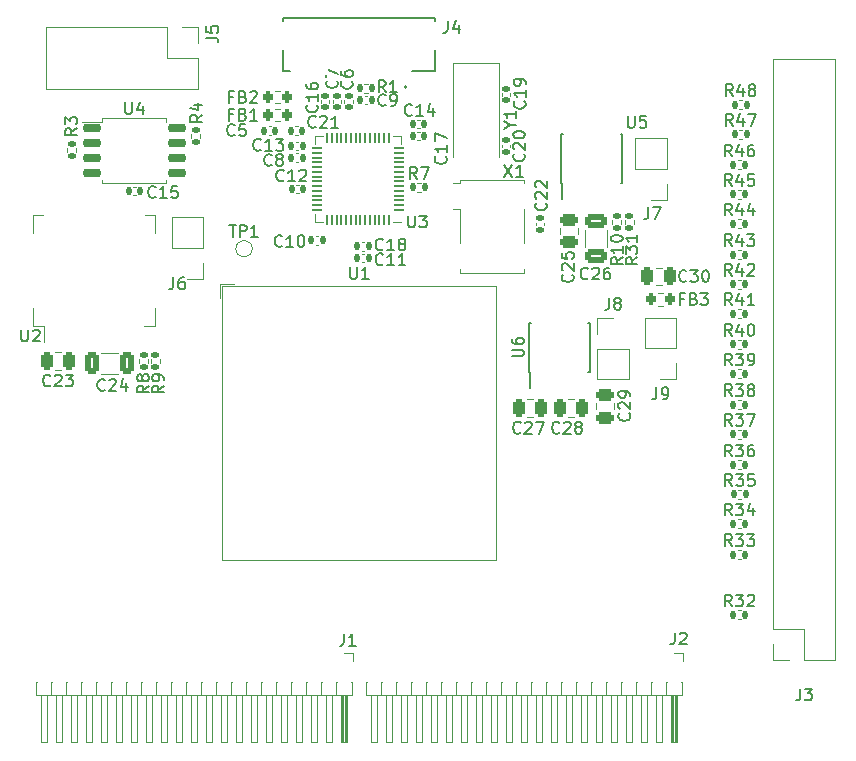
<source format=gbr>
%TF.GenerationSoftware,KiCad,Pcbnew,6.0.10-86aedd382b~118~ubuntu20.04.1*%
%TF.CreationDate,2023-03-05T00:00:34-08:00*%
%TF.ProjectId,ep2c35_trial,65703263-3335-45f7-9472-69616c2e6b69,rev?*%
%TF.SameCoordinates,Original*%
%TF.FileFunction,Legend,Top*%
%TF.FilePolarity,Positive*%
%FSLAX46Y46*%
G04 Gerber Fmt 4.6, Leading zero omitted, Abs format (unit mm)*
G04 Created by KiCad (PCBNEW 6.0.10-86aedd382b~118~ubuntu20.04.1) date 2023-03-05 00:00:34*
%MOMM*%
%LPD*%
G01*
G04 APERTURE LIST*
G04 Aperture macros list*
%AMRoundRect*
0 Rectangle with rounded corners*
0 $1 Rounding radius*
0 $2 $3 $4 $5 $6 $7 $8 $9 X,Y pos of 4 corners*
0 Add a 4 corners polygon primitive as box body*
4,1,4,$2,$3,$4,$5,$6,$7,$8,$9,$2,$3,0*
0 Add four circle primitives for the rounded corners*
1,1,$1+$1,$2,$3*
1,1,$1+$1,$4,$5*
1,1,$1+$1,$6,$7*
1,1,$1+$1,$8,$9*
0 Add four rect primitives between the rounded corners*
20,1,$1+$1,$2,$3,$4,$5,0*
20,1,$1+$1,$4,$5,$6,$7,0*
20,1,$1+$1,$6,$7,$8,$9,0*
20,1,$1+$1,$8,$9,$2,$3,0*%
G04 Aperture macros list end*
%ADD10C,0.150000*%
%ADD11C,0.120000*%
%ADD12C,0.127000*%
%ADD13C,0.200000*%
%ADD14RoundRect,0.140000X0.140000X0.170000X-0.140000X0.170000X-0.140000X-0.170000X0.140000X-0.170000X0*%
%ADD15RoundRect,0.250000X-0.250000X-0.475000X0.250000X-0.475000X0.250000X0.475000X-0.250000X0.475000X0*%
%ADD16R,1.700000X1.700000*%
%ADD17O,1.700000X1.700000*%
%ADD18RoundRect,0.140000X0.170000X-0.140000X0.170000X0.140000X-0.170000X0.140000X-0.170000X-0.140000X0*%
%ADD19RoundRect,0.135000X-0.135000X-0.185000X0.135000X-0.185000X0.135000X0.185000X-0.135000X0.185000X0*%
%ADD20RoundRect,0.200000X-0.200000X-0.275000X0.200000X-0.275000X0.200000X0.275000X-0.200000X0.275000X0*%
%ADD21RoundRect,0.140000X-0.140000X-0.170000X0.140000X-0.170000X0.140000X0.170000X-0.140000X0.170000X0*%
%ADD22C,1.000000*%
%ADD23RoundRect,0.135000X0.185000X-0.135000X0.185000X0.135000X-0.185000X0.135000X-0.185000X-0.135000X0*%
%ADD24RoundRect,0.140000X-0.170000X0.140000X-0.170000X-0.140000X0.170000X-0.140000X0.170000X0.140000X0*%
%ADD25R,0.700000X2.200000*%
%ADD26RoundRect,0.250000X0.475000X-0.250000X0.475000X0.250000X-0.475000X0.250000X-0.475000X-0.250000X0*%
%ADD27RoundRect,0.250000X-0.325000X-0.650000X0.325000X-0.650000X0.325000X0.650000X-0.325000X0.650000X0*%
%ADD28R,1.000000X1.000000*%
%ADD29O,1.000000X1.000000*%
%ADD30RoundRect,0.200000X0.200000X0.275000X-0.200000X0.275000X-0.200000X-0.275000X0.200000X-0.275000X0*%
%ADD31RoundRect,0.135000X-0.185000X0.135000X-0.185000X-0.135000X0.185000X-0.135000X0.185000X0.135000X0*%
%ADD32R,2.500000X3.325000*%
%ADD33RoundRect,0.050000X0.387500X0.050000X-0.387500X0.050000X-0.387500X-0.050000X0.387500X-0.050000X0*%
%ADD34RoundRect,0.050000X0.050000X0.387500X-0.050000X0.387500X-0.050000X-0.387500X0.050000X-0.387500X0*%
%ADD35R,3.900000X4.700000*%
%ADD36RoundRect,0.250000X0.250000X0.475000X-0.250000X0.475000X-0.250000X-0.475000X0.250000X-0.475000X0*%
%ADD37RoundRect,0.250000X0.650000X-0.325000X0.650000X0.325000X-0.650000X0.325000X-0.650000X-0.325000X0*%
%ADD38RoundRect,0.150000X-0.650000X-0.150000X0.650000X-0.150000X0.650000X0.150000X-0.650000X0.150000X0*%
%ADD39R,2.000000X1.800000*%
%ADD40R,1.200000X1.200000*%
%ADD41C,0.460000*%
%ADD42R,8.450000X8.012500*%
%ADD43R,0.400000X1.350000*%
%ADD44O,0.900000X1.800000*%
%ADD45C,0.500000*%
G04 APERTURE END LIST*
D10*
%TO.C,C5*%
X133943333Y-57057142D02*
X133895714Y-57104761D01*
X133752857Y-57152380D01*
X133657619Y-57152380D01*
X133514761Y-57104761D01*
X133419523Y-57009523D01*
X133371904Y-56914285D01*
X133324285Y-56723809D01*
X133324285Y-56580952D01*
X133371904Y-56390476D01*
X133419523Y-56295238D01*
X133514761Y-56200000D01*
X133657619Y-56152380D01*
X133752857Y-56152380D01*
X133895714Y-56200000D01*
X133943333Y-56247619D01*
X134848095Y-56152380D02*
X134371904Y-56152380D01*
X134324285Y-56628571D01*
X134371904Y-56580952D01*
X134467142Y-56533333D01*
X134705238Y-56533333D01*
X134800476Y-56580952D01*
X134848095Y-56628571D01*
X134895714Y-56723809D01*
X134895714Y-56961904D01*
X134848095Y-57057142D01*
X134800476Y-57104761D01*
X134705238Y-57152380D01*
X134467142Y-57152380D01*
X134371904Y-57104761D01*
X134324285Y-57057142D01*
%TO.C,C28*%
X161457142Y-82257142D02*
X161409523Y-82304761D01*
X161266666Y-82352380D01*
X161171428Y-82352380D01*
X161028571Y-82304761D01*
X160933333Y-82209523D01*
X160885714Y-82114285D01*
X160838095Y-81923809D01*
X160838095Y-81780952D01*
X160885714Y-81590476D01*
X160933333Y-81495238D01*
X161028571Y-81400000D01*
X161171428Y-81352380D01*
X161266666Y-81352380D01*
X161409523Y-81400000D01*
X161457142Y-81447619D01*
X161838095Y-81447619D02*
X161885714Y-81400000D01*
X161980952Y-81352380D01*
X162219047Y-81352380D01*
X162314285Y-81400000D01*
X162361904Y-81447619D01*
X162409523Y-81542857D01*
X162409523Y-81638095D01*
X162361904Y-81780952D01*
X161790476Y-82352380D01*
X162409523Y-82352380D01*
X162980952Y-81780952D02*
X162885714Y-81733333D01*
X162838095Y-81685714D01*
X162790476Y-81590476D01*
X162790476Y-81542857D01*
X162838095Y-81447619D01*
X162885714Y-81400000D01*
X162980952Y-81352380D01*
X163171428Y-81352380D01*
X163266666Y-81400000D01*
X163314285Y-81447619D01*
X163361904Y-81542857D01*
X163361904Y-81590476D01*
X163314285Y-81685714D01*
X163266666Y-81733333D01*
X163171428Y-81780952D01*
X162980952Y-81780952D01*
X162885714Y-81828571D01*
X162838095Y-81876190D01*
X162790476Y-81971428D01*
X162790476Y-82161904D01*
X162838095Y-82257142D01*
X162885714Y-82304761D01*
X162980952Y-82352380D01*
X163171428Y-82352380D01*
X163266666Y-82304761D01*
X163314285Y-82257142D01*
X163361904Y-82161904D01*
X163361904Y-81971428D01*
X163314285Y-81876190D01*
X163266666Y-81828571D01*
X163171428Y-81780952D01*
%TO.C,J6*%
X128766666Y-69127380D02*
X128766666Y-69841666D01*
X128719047Y-69984523D01*
X128623809Y-70079761D01*
X128480952Y-70127380D01*
X128385714Y-70127380D01*
X129671428Y-69127380D02*
X129480952Y-69127380D01*
X129385714Y-69175000D01*
X129338095Y-69222619D01*
X129242857Y-69365476D01*
X129195238Y-69555952D01*
X129195238Y-69936904D01*
X129242857Y-70032142D01*
X129290476Y-70079761D01*
X129385714Y-70127380D01*
X129576190Y-70127380D01*
X129671428Y-70079761D01*
X129719047Y-70032142D01*
X129766666Y-69936904D01*
X129766666Y-69698809D01*
X129719047Y-69603571D01*
X129671428Y-69555952D01*
X129576190Y-69508333D01*
X129385714Y-69508333D01*
X129290476Y-69555952D01*
X129242857Y-69603571D01*
X129195238Y-69698809D01*
%TO.C,C19*%
X158487142Y-54220357D02*
X158534761Y-54267976D01*
X158582380Y-54410833D01*
X158582380Y-54506071D01*
X158534761Y-54648928D01*
X158439523Y-54744166D01*
X158344285Y-54791785D01*
X158153809Y-54839404D01*
X158010952Y-54839404D01*
X157820476Y-54791785D01*
X157725238Y-54744166D01*
X157630000Y-54648928D01*
X157582380Y-54506071D01*
X157582380Y-54410833D01*
X157630000Y-54267976D01*
X157677619Y-54220357D01*
X158582380Y-53267976D02*
X158582380Y-53839404D01*
X158582380Y-53553690D02*
X157582380Y-53553690D01*
X157725238Y-53648928D01*
X157820476Y-53744166D01*
X157868095Y-53839404D01*
X158582380Y-52791785D02*
X158582380Y-52601309D01*
X158534761Y-52506071D01*
X158487142Y-52458452D01*
X158344285Y-52363214D01*
X158153809Y-52315595D01*
X157772857Y-52315595D01*
X157677619Y-52363214D01*
X157630000Y-52410833D01*
X157582380Y-52506071D01*
X157582380Y-52696547D01*
X157630000Y-52791785D01*
X157677619Y-52839404D01*
X157772857Y-52887023D01*
X158010952Y-52887023D01*
X158106190Y-52839404D01*
X158153809Y-52791785D01*
X158201428Y-52696547D01*
X158201428Y-52506071D01*
X158153809Y-52410833D01*
X158106190Y-52363214D01*
X158010952Y-52315595D01*
%TO.C,C22*%
X160307142Y-62842857D02*
X160354761Y-62890476D01*
X160402380Y-63033333D01*
X160402380Y-63128571D01*
X160354761Y-63271428D01*
X160259523Y-63366666D01*
X160164285Y-63414285D01*
X159973809Y-63461904D01*
X159830952Y-63461904D01*
X159640476Y-63414285D01*
X159545238Y-63366666D01*
X159450000Y-63271428D01*
X159402380Y-63128571D01*
X159402380Y-63033333D01*
X159450000Y-62890476D01*
X159497619Y-62842857D01*
X159497619Y-62461904D02*
X159450000Y-62414285D01*
X159402380Y-62319047D01*
X159402380Y-62080952D01*
X159450000Y-61985714D01*
X159497619Y-61938095D01*
X159592857Y-61890476D01*
X159688095Y-61890476D01*
X159830952Y-61938095D01*
X160402380Y-62509523D01*
X160402380Y-61890476D01*
X159497619Y-61509523D02*
X159450000Y-61461904D01*
X159402380Y-61366666D01*
X159402380Y-61128571D01*
X159450000Y-61033333D01*
X159497619Y-60985714D01*
X159592857Y-60938095D01*
X159688095Y-60938095D01*
X159830952Y-60985714D01*
X160402380Y-61557142D01*
X160402380Y-60938095D01*
%TO.C,R44*%
X176047142Y-63882380D02*
X175713809Y-63406190D01*
X175475714Y-63882380D02*
X175475714Y-62882380D01*
X175856666Y-62882380D01*
X175951904Y-62930000D01*
X175999523Y-62977619D01*
X176047142Y-63072857D01*
X176047142Y-63215714D01*
X175999523Y-63310952D01*
X175951904Y-63358571D01*
X175856666Y-63406190D01*
X175475714Y-63406190D01*
X176904285Y-63215714D02*
X176904285Y-63882380D01*
X176666190Y-62834761D02*
X176428095Y-63549047D01*
X177047142Y-63549047D01*
X177856666Y-63215714D02*
X177856666Y-63882380D01*
X177618571Y-62834761D02*
X177380476Y-63549047D01*
X177999523Y-63549047D01*
%TO.C,R39*%
X176047142Y-76582380D02*
X175713809Y-76106190D01*
X175475714Y-76582380D02*
X175475714Y-75582380D01*
X175856666Y-75582380D01*
X175951904Y-75630000D01*
X175999523Y-75677619D01*
X176047142Y-75772857D01*
X176047142Y-75915714D01*
X175999523Y-76010952D01*
X175951904Y-76058571D01*
X175856666Y-76106190D01*
X175475714Y-76106190D01*
X176380476Y-75582380D02*
X176999523Y-75582380D01*
X176666190Y-75963333D01*
X176809047Y-75963333D01*
X176904285Y-76010952D01*
X176951904Y-76058571D01*
X176999523Y-76153809D01*
X176999523Y-76391904D01*
X176951904Y-76487142D01*
X176904285Y-76534761D01*
X176809047Y-76582380D01*
X176523333Y-76582380D01*
X176428095Y-76534761D01*
X176380476Y-76487142D01*
X177475714Y-76582380D02*
X177666190Y-76582380D01*
X177761428Y-76534761D01*
X177809047Y-76487142D01*
X177904285Y-76344285D01*
X177951904Y-76153809D01*
X177951904Y-75772857D01*
X177904285Y-75677619D01*
X177856666Y-75630000D01*
X177761428Y-75582380D01*
X177570952Y-75582380D01*
X177475714Y-75630000D01*
X177428095Y-75677619D01*
X177380476Y-75772857D01*
X177380476Y-76010952D01*
X177428095Y-76106190D01*
X177475714Y-76153809D01*
X177570952Y-76201428D01*
X177761428Y-76201428D01*
X177856666Y-76153809D01*
X177904285Y-76106190D01*
X177951904Y-76010952D01*
%TO.C,R33*%
X176047142Y-91882380D02*
X175713809Y-91406190D01*
X175475714Y-91882380D02*
X175475714Y-90882380D01*
X175856666Y-90882380D01*
X175951904Y-90930000D01*
X175999523Y-90977619D01*
X176047142Y-91072857D01*
X176047142Y-91215714D01*
X175999523Y-91310952D01*
X175951904Y-91358571D01*
X175856666Y-91406190D01*
X175475714Y-91406190D01*
X176380476Y-90882380D02*
X176999523Y-90882380D01*
X176666190Y-91263333D01*
X176809047Y-91263333D01*
X176904285Y-91310952D01*
X176951904Y-91358571D01*
X176999523Y-91453809D01*
X176999523Y-91691904D01*
X176951904Y-91787142D01*
X176904285Y-91834761D01*
X176809047Y-91882380D01*
X176523333Y-91882380D01*
X176428095Y-91834761D01*
X176380476Y-91787142D01*
X177332857Y-90882380D02*
X177951904Y-90882380D01*
X177618571Y-91263333D01*
X177761428Y-91263333D01*
X177856666Y-91310952D01*
X177904285Y-91358571D01*
X177951904Y-91453809D01*
X177951904Y-91691904D01*
X177904285Y-91787142D01*
X177856666Y-91834761D01*
X177761428Y-91882380D01*
X177475714Y-91882380D01*
X177380476Y-91834761D01*
X177332857Y-91787142D01*
%TO.C,FB2*%
X133791666Y-53828571D02*
X133458333Y-53828571D01*
X133458333Y-54352380D02*
X133458333Y-53352380D01*
X133934523Y-53352380D01*
X134648809Y-53828571D02*
X134791666Y-53876190D01*
X134839285Y-53923809D01*
X134886904Y-54019047D01*
X134886904Y-54161904D01*
X134839285Y-54257142D01*
X134791666Y-54304761D01*
X134696428Y-54352380D01*
X134315476Y-54352380D01*
X134315476Y-53352380D01*
X134648809Y-53352380D01*
X134744047Y-53400000D01*
X134791666Y-53447619D01*
X134839285Y-53542857D01*
X134839285Y-53638095D01*
X134791666Y-53733333D01*
X134744047Y-53780952D01*
X134648809Y-53828571D01*
X134315476Y-53828571D01*
X135267857Y-53447619D02*
X135315476Y-53400000D01*
X135410714Y-53352380D01*
X135648809Y-53352380D01*
X135744047Y-53400000D01*
X135791666Y-53447619D01*
X135839285Y-53542857D01*
X135839285Y-53638095D01*
X135791666Y-53780952D01*
X135220238Y-54352380D01*
X135839285Y-54352380D01*
%TO.C,R46*%
X176047142Y-58882380D02*
X175713809Y-58406190D01*
X175475714Y-58882380D02*
X175475714Y-57882380D01*
X175856666Y-57882380D01*
X175951904Y-57930000D01*
X175999523Y-57977619D01*
X176047142Y-58072857D01*
X176047142Y-58215714D01*
X175999523Y-58310952D01*
X175951904Y-58358571D01*
X175856666Y-58406190D01*
X175475714Y-58406190D01*
X176904285Y-58215714D02*
X176904285Y-58882380D01*
X176666190Y-57834761D02*
X176428095Y-58549047D01*
X177047142Y-58549047D01*
X177856666Y-57882380D02*
X177666190Y-57882380D01*
X177570952Y-57930000D01*
X177523333Y-57977619D01*
X177428095Y-58120476D01*
X177380476Y-58310952D01*
X177380476Y-58691904D01*
X177428095Y-58787142D01*
X177475714Y-58834761D01*
X177570952Y-58882380D01*
X177761428Y-58882380D01*
X177856666Y-58834761D01*
X177904285Y-58787142D01*
X177951904Y-58691904D01*
X177951904Y-58453809D01*
X177904285Y-58358571D01*
X177856666Y-58310952D01*
X177761428Y-58263333D01*
X177570952Y-58263333D01*
X177475714Y-58310952D01*
X177428095Y-58358571D01*
X177380476Y-58453809D01*
%TO.C,C13*%
X136157142Y-58307142D02*
X136109523Y-58354761D01*
X135966666Y-58402380D01*
X135871428Y-58402380D01*
X135728571Y-58354761D01*
X135633333Y-58259523D01*
X135585714Y-58164285D01*
X135538095Y-57973809D01*
X135538095Y-57830952D01*
X135585714Y-57640476D01*
X135633333Y-57545238D01*
X135728571Y-57450000D01*
X135871428Y-57402380D01*
X135966666Y-57402380D01*
X136109523Y-57450000D01*
X136157142Y-57497619D01*
X137109523Y-58402380D02*
X136538095Y-58402380D01*
X136823809Y-58402380D02*
X136823809Y-57402380D01*
X136728571Y-57545238D01*
X136633333Y-57640476D01*
X136538095Y-57688095D01*
X137442857Y-57402380D02*
X138061904Y-57402380D01*
X137728571Y-57783333D01*
X137871428Y-57783333D01*
X137966666Y-57830952D01*
X138014285Y-57878571D01*
X138061904Y-57973809D01*
X138061904Y-58211904D01*
X138014285Y-58307142D01*
X137966666Y-58354761D01*
X137871428Y-58402380D01*
X137585714Y-58402380D01*
X137490476Y-58354761D01*
X137442857Y-58307142D01*
%TO.C,C17*%
X151807142Y-58892857D02*
X151854761Y-58940476D01*
X151902380Y-59083333D01*
X151902380Y-59178571D01*
X151854761Y-59321428D01*
X151759523Y-59416666D01*
X151664285Y-59464285D01*
X151473809Y-59511904D01*
X151330952Y-59511904D01*
X151140476Y-59464285D01*
X151045238Y-59416666D01*
X150950000Y-59321428D01*
X150902380Y-59178571D01*
X150902380Y-59083333D01*
X150950000Y-58940476D01*
X150997619Y-58892857D01*
X151902380Y-57940476D02*
X151902380Y-58511904D01*
X151902380Y-58226190D02*
X150902380Y-58226190D01*
X151045238Y-58321428D01*
X151140476Y-58416666D01*
X151188095Y-58511904D01*
X150902380Y-57607142D02*
X150902380Y-56940476D01*
X151902380Y-57369047D01*
%TO.C,TP1*%
X133488095Y-64704380D02*
X134059523Y-64704380D01*
X133773809Y-65704380D02*
X133773809Y-64704380D01*
X134392857Y-65704380D02*
X134392857Y-64704380D01*
X134773809Y-64704380D01*
X134869047Y-64752000D01*
X134916666Y-64799619D01*
X134964285Y-64894857D01*
X134964285Y-65037714D01*
X134916666Y-65132952D01*
X134869047Y-65180571D01*
X134773809Y-65228190D01*
X134392857Y-65228190D01*
X135916666Y-65704380D02*
X135345238Y-65704380D01*
X135630952Y-65704380D02*
X135630952Y-64704380D01*
X135535714Y-64847238D01*
X135440476Y-64942476D01*
X135345238Y-64990095D01*
%TO.C,C9*%
X146733333Y-54507142D02*
X146685714Y-54554761D01*
X146542857Y-54602380D01*
X146447619Y-54602380D01*
X146304761Y-54554761D01*
X146209523Y-54459523D01*
X146161904Y-54364285D01*
X146114285Y-54173809D01*
X146114285Y-54030952D01*
X146161904Y-53840476D01*
X146209523Y-53745238D01*
X146304761Y-53650000D01*
X146447619Y-53602380D01*
X146542857Y-53602380D01*
X146685714Y-53650000D01*
X146733333Y-53697619D01*
X147209523Y-54602380D02*
X147400000Y-54602380D01*
X147495238Y-54554761D01*
X147542857Y-54507142D01*
X147638095Y-54364285D01*
X147685714Y-54173809D01*
X147685714Y-53792857D01*
X147638095Y-53697619D01*
X147590476Y-53650000D01*
X147495238Y-53602380D01*
X147304761Y-53602380D01*
X147209523Y-53650000D01*
X147161904Y-53697619D01*
X147114285Y-53792857D01*
X147114285Y-54030952D01*
X147161904Y-54126190D01*
X147209523Y-54173809D01*
X147304761Y-54221428D01*
X147495238Y-54221428D01*
X147590476Y-54173809D01*
X147638095Y-54126190D01*
X147685714Y-54030952D01*
%TO.C,R4*%
X131202380Y-55366666D02*
X130726190Y-55700000D01*
X131202380Y-55938095D02*
X130202380Y-55938095D01*
X130202380Y-55557142D01*
X130250000Y-55461904D01*
X130297619Y-55414285D01*
X130392857Y-55366666D01*
X130535714Y-55366666D01*
X130630952Y-55414285D01*
X130678571Y-55461904D01*
X130726190Y-55557142D01*
X130726190Y-55938095D01*
X130535714Y-54509523D02*
X131202380Y-54509523D01*
X130154761Y-54747619D02*
X130869047Y-54985714D01*
X130869047Y-54366666D01*
%TO.C,C16*%
X140907142Y-54542857D02*
X140954761Y-54590476D01*
X141002380Y-54733333D01*
X141002380Y-54828571D01*
X140954761Y-54971428D01*
X140859523Y-55066666D01*
X140764285Y-55114285D01*
X140573809Y-55161904D01*
X140430952Y-55161904D01*
X140240476Y-55114285D01*
X140145238Y-55066666D01*
X140050000Y-54971428D01*
X140002380Y-54828571D01*
X140002380Y-54733333D01*
X140050000Y-54590476D01*
X140097619Y-54542857D01*
X141002380Y-53590476D02*
X141002380Y-54161904D01*
X141002380Y-53876190D02*
X140002380Y-53876190D01*
X140145238Y-53971428D01*
X140240476Y-54066666D01*
X140288095Y-54161904D01*
X140002380Y-52733333D02*
X140002380Y-52923809D01*
X140050000Y-53019047D01*
X140097619Y-53066666D01*
X140240476Y-53161904D01*
X140430952Y-53209523D01*
X140811904Y-53209523D01*
X140907142Y-53161904D01*
X140954761Y-53114285D01*
X141002380Y-53019047D01*
X141002380Y-52828571D01*
X140954761Y-52733333D01*
X140907142Y-52685714D01*
X140811904Y-52638095D01*
X140573809Y-52638095D01*
X140478571Y-52685714D01*
X140430952Y-52733333D01*
X140383333Y-52828571D01*
X140383333Y-53019047D01*
X140430952Y-53114285D01*
X140478571Y-53161904D01*
X140573809Y-53209523D01*
%TO.C,C14*%
X148957142Y-55357142D02*
X148909523Y-55404761D01*
X148766666Y-55452380D01*
X148671428Y-55452380D01*
X148528571Y-55404761D01*
X148433333Y-55309523D01*
X148385714Y-55214285D01*
X148338095Y-55023809D01*
X148338095Y-54880952D01*
X148385714Y-54690476D01*
X148433333Y-54595238D01*
X148528571Y-54500000D01*
X148671428Y-54452380D01*
X148766666Y-54452380D01*
X148909523Y-54500000D01*
X148957142Y-54547619D01*
X149909523Y-55452380D02*
X149338095Y-55452380D01*
X149623809Y-55452380D02*
X149623809Y-54452380D01*
X149528571Y-54595238D01*
X149433333Y-54690476D01*
X149338095Y-54738095D01*
X150766666Y-54785714D02*
X150766666Y-55452380D01*
X150528571Y-54404761D02*
X150290476Y-55119047D01*
X150909523Y-55119047D01*
%TO.C,U5*%
X167238095Y-55452380D02*
X167238095Y-56261904D01*
X167285714Y-56357142D01*
X167333333Y-56404761D01*
X167428571Y-56452380D01*
X167619047Y-56452380D01*
X167714285Y-56404761D01*
X167761904Y-56357142D01*
X167809523Y-56261904D01*
X167809523Y-55452380D01*
X168761904Y-55452380D02*
X168285714Y-55452380D01*
X168238095Y-55928571D01*
X168285714Y-55880952D01*
X168380952Y-55833333D01*
X168619047Y-55833333D01*
X168714285Y-55880952D01*
X168761904Y-55928571D01*
X168809523Y-56023809D01*
X168809523Y-56261904D01*
X168761904Y-56357142D01*
X168714285Y-56404761D01*
X168619047Y-56452380D01*
X168380952Y-56452380D01*
X168285714Y-56404761D01*
X168238095Y-56357142D01*
%TO.C,R43*%
X176047142Y-66482380D02*
X175713809Y-66006190D01*
X175475714Y-66482380D02*
X175475714Y-65482380D01*
X175856666Y-65482380D01*
X175951904Y-65530000D01*
X175999523Y-65577619D01*
X176047142Y-65672857D01*
X176047142Y-65815714D01*
X175999523Y-65910952D01*
X175951904Y-65958571D01*
X175856666Y-66006190D01*
X175475714Y-66006190D01*
X176904285Y-65815714D02*
X176904285Y-66482380D01*
X176666190Y-65434761D02*
X176428095Y-66149047D01*
X177047142Y-66149047D01*
X177332857Y-65482380D02*
X177951904Y-65482380D01*
X177618571Y-65863333D01*
X177761428Y-65863333D01*
X177856666Y-65910952D01*
X177904285Y-65958571D01*
X177951904Y-66053809D01*
X177951904Y-66291904D01*
X177904285Y-66387142D01*
X177856666Y-66434761D01*
X177761428Y-66482380D01*
X177475714Y-66482380D01*
X177380476Y-66434761D01*
X177332857Y-66387142D01*
%TO.C,R34*%
X176047142Y-89282380D02*
X175713809Y-88806190D01*
X175475714Y-89282380D02*
X175475714Y-88282380D01*
X175856666Y-88282380D01*
X175951904Y-88330000D01*
X175999523Y-88377619D01*
X176047142Y-88472857D01*
X176047142Y-88615714D01*
X175999523Y-88710952D01*
X175951904Y-88758571D01*
X175856666Y-88806190D01*
X175475714Y-88806190D01*
X176380476Y-88282380D02*
X176999523Y-88282380D01*
X176666190Y-88663333D01*
X176809047Y-88663333D01*
X176904285Y-88710952D01*
X176951904Y-88758571D01*
X176999523Y-88853809D01*
X176999523Y-89091904D01*
X176951904Y-89187142D01*
X176904285Y-89234761D01*
X176809047Y-89282380D01*
X176523333Y-89282380D01*
X176428095Y-89234761D01*
X176380476Y-89187142D01*
X177856666Y-88615714D02*
X177856666Y-89282380D01*
X177618571Y-88234761D02*
X177380476Y-88949047D01*
X177999523Y-88949047D01*
%TO.C,C8*%
X137083333Y-59607142D02*
X137035714Y-59654761D01*
X136892857Y-59702380D01*
X136797619Y-59702380D01*
X136654761Y-59654761D01*
X136559523Y-59559523D01*
X136511904Y-59464285D01*
X136464285Y-59273809D01*
X136464285Y-59130952D01*
X136511904Y-58940476D01*
X136559523Y-58845238D01*
X136654761Y-58750000D01*
X136797619Y-58702380D01*
X136892857Y-58702380D01*
X137035714Y-58750000D01*
X137083333Y-58797619D01*
X137654761Y-59130952D02*
X137559523Y-59083333D01*
X137511904Y-59035714D01*
X137464285Y-58940476D01*
X137464285Y-58892857D01*
X137511904Y-58797619D01*
X137559523Y-58750000D01*
X137654761Y-58702380D01*
X137845238Y-58702380D01*
X137940476Y-58750000D01*
X137988095Y-58797619D01*
X138035714Y-58892857D01*
X138035714Y-58940476D01*
X137988095Y-59035714D01*
X137940476Y-59083333D01*
X137845238Y-59130952D01*
X137654761Y-59130952D01*
X137559523Y-59178571D01*
X137511904Y-59226190D01*
X137464285Y-59321428D01*
X137464285Y-59511904D01*
X137511904Y-59607142D01*
X137559523Y-59654761D01*
X137654761Y-59702380D01*
X137845238Y-59702380D01*
X137940476Y-59654761D01*
X137988095Y-59607142D01*
X138035714Y-59511904D01*
X138035714Y-59321428D01*
X137988095Y-59226190D01*
X137940476Y-59178571D01*
X137845238Y-59130952D01*
%TO.C,R9*%
X127952380Y-78296666D02*
X127476190Y-78630000D01*
X127952380Y-78868095D02*
X126952380Y-78868095D01*
X126952380Y-78487142D01*
X127000000Y-78391904D01*
X127047619Y-78344285D01*
X127142857Y-78296666D01*
X127285714Y-78296666D01*
X127380952Y-78344285D01*
X127428571Y-78391904D01*
X127476190Y-78487142D01*
X127476190Y-78868095D01*
X127952380Y-77820476D02*
X127952380Y-77630000D01*
X127904761Y-77534761D01*
X127857142Y-77487142D01*
X127714285Y-77391904D01*
X127523809Y-77344285D01*
X127142857Y-77344285D01*
X127047619Y-77391904D01*
X127000000Y-77439523D01*
X126952380Y-77534761D01*
X126952380Y-77725238D01*
X127000000Y-77820476D01*
X127047619Y-77868095D01*
X127142857Y-77915714D01*
X127380952Y-77915714D01*
X127476190Y-77868095D01*
X127523809Y-77820476D01*
X127571428Y-77725238D01*
X127571428Y-77534761D01*
X127523809Y-77439523D01*
X127476190Y-77391904D01*
X127380952Y-77344285D01*
%TO.C,R48*%
X176147142Y-53782380D02*
X175813809Y-53306190D01*
X175575714Y-53782380D02*
X175575714Y-52782380D01*
X175956666Y-52782380D01*
X176051904Y-52830000D01*
X176099523Y-52877619D01*
X176147142Y-52972857D01*
X176147142Y-53115714D01*
X176099523Y-53210952D01*
X176051904Y-53258571D01*
X175956666Y-53306190D01*
X175575714Y-53306190D01*
X177004285Y-53115714D02*
X177004285Y-53782380D01*
X176766190Y-52734761D02*
X176528095Y-53449047D01*
X177147142Y-53449047D01*
X177670952Y-53210952D02*
X177575714Y-53163333D01*
X177528095Y-53115714D01*
X177480476Y-53020476D01*
X177480476Y-52972857D01*
X177528095Y-52877619D01*
X177575714Y-52830000D01*
X177670952Y-52782380D01*
X177861428Y-52782380D01*
X177956666Y-52830000D01*
X178004285Y-52877619D01*
X178051904Y-52972857D01*
X178051904Y-53020476D01*
X178004285Y-53115714D01*
X177956666Y-53163333D01*
X177861428Y-53210952D01*
X177670952Y-53210952D01*
X177575714Y-53258571D01*
X177528095Y-53306190D01*
X177480476Y-53401428D01*
X177480476Y-53591904D01*
X177528095Y-53687142D01*
X177575714Y-53734761D01*
X177670952Y-53782380D01*
X177861428Y-53782380D01*
X177956666Y-53734761D01*
X178004285Y-53687142D01*
X178051904Y-53591904D01*
X178051904Y-53401428D01*
X178004285Y-53306190D01*
X177956666Y-53258571D01*
X177861428Y-53210952D01*
%TO.C,C29*%
X167357142Y-80642857D02*
X167404761Y-80690476D01*
X167452380Y-80833333D01*
X167452380Y-80928571D01*
X167404761Y-81071428D01*
X167309523Y-81166666D01*
X167214285Y-81214285D01*
X167023809Y-81261904D01*
X166880952Y-81261904D01*
X166690476Y-81214285D01*
X166595238Y-81166666D01*
X166500000Y-81071428D01*
X166452380Y-80928571D01*
X166452380Y-80833333D01*
X166500000Y-80690476D01*
X166547619Y-80642857D01*
X166547619Y-80261904D02*
X166500000Y-80214285D01*
X166452380Y-80119047D01*
X166452380Y-79880952D01*
X166500000Y-79785714D01*
X166547619Y-79738095D01*
X166642857Y-79690476D01*
X166738095Y-79690476D01*
X166880952Y-79738095D01*
X167452380Y-80309523D01*
X167452380Y-79690476D01*
X167452380Y-79214285D02*
X167452380Y-79023809D01*
X167404761Y-78928571D01*
X167357142Y-78880952D01*
X167214285Y-78785714D01*
X167023809Y-78738095D01*
X166642857Y-78738095D01*
X166547619Y-78785714D01*
X166500000Y-78833333D01*
X166452380Y-78928571D01*
X166452380Y-79119047D01*
X166500000Y-79214285D01*
X166547619Y-79261904D01*
X166642857Y-79309523D01*
X166880952Y-79309523D01*
X166976190Y-79261904D01*
X167023809Y-79214285D01*
X167071428Y-79119047D01*
X167071428Y-78928571D01*
X167023809Y-78833333D01*
X166976190Y-78785714D01*
X166880952Y-78738095D01*
%TO.C,R3*%
X120602380Y-56516666D02*
X120126190Y-56850000D01*
X120602380Y-57088095D02*
X119602380Y-57088095D01*
X119602380Y-56707142D01*
X119650000Y-56611904D01*
X119697619Y-56564285D01*
X119792857Y-56516666D01*
X119935714Y-56516666D01*
X120030952Y-56564285D01*
X120078571Y-56611904D01*
X120126190Y-56707142D01*
X120126190Y-57088095D01*
X119602380Y-56183333D02*
X119602380Y-55564285D01*
X119983333Y-55897619D01*
X119983333Y-55754761D01*
X120030952Y-55659523D01*
X120078571Y-55611904D01*
X120173809Y-55564285D01*
X120411904Y-55564285D01*
X120507142Y-55611904D01*
X120554761Y-55659523D01*
X120602380Y-55754761D01*
X120602380Y-56040476D01*
X120554761Y-56135714D01*
X120507142Y-56183333D01*
%TO.C,C21*%
X140807142Y-56357142D02*
X140759523Y-56404761D01*
X140616666Y-56452380D01*
X140521428Y-56452380D01*
X140378571Y-56404761D01*
X140283333Y-56309523D01*
X140235714Y-56214285D01*
X140188095Y-56023809D01*
X140188095Y-55880952D01*
X140235714Y-55690476D01*
X140283333Y-55595238D01*
X140378571Y-55500000D01*
X140521428Y-55452380D01*
X140616666Y-55452380D01*
X140759523Y-55500000D01*
X140807142Y-55547619D01*
X141188095Y-55547619D02*
X141235714Y-55500000D01*
X141330952Y-55452380D01*
X141569047Y-55452380D01*
X141664285Y-55500000D01*
X141711904Y-55547619D01*
X141759523Y-55642857D01*
X141759523Y-55738095D01*
X141711904Y-55880952D01*
X141140476Y-56452380D01*
X141759523Y-56452380D01*
X142711904Y-56452380D02*
X142140476Y-56452380D01*
X142426190Y-56452380D02*
X142426190Y-55452380D01*
X142330952Y-55595238D01*
X142235714Y-55690476D01*
X142140476Y-55738095D01*
%TO.C,C24*%
X122957142Y-78637142D02*
X122909523Y-78684761D01*
X122766666Y-78732380D01*
X122671428Y-78732380D01*
X122528571Y-78684761D01*
X122433333Y-78589523D01*
X122385714Y-78494285D01*
X122338095Y-78303809D01*
X122338095Y-78160952D01*
X122385714Y-77970476D01*
X122433333Y-77875238D01*
X122528571Y-77780000D01*
X122671428Y-77732380D01*
X122766666Y-77732380D01*
X122909523Y-77780000D01*
X122957142Y-77827619D01*
X123338095Y-77827619D02*
X123385714Y-77780000D01*
X123480952Y-77732380D01*
X123719047Y-77732380D01*
X123814285Y-77780000D01*
X123861904Y-77827619D01*
X123909523Y-77922857D01*
X123909523Y-78018095D01*
X123861904Y-78160952D01*
X123290476Y-78732380D01*
X123909523Y-78732380D01*
X124766666Y-78065714D02*
X124766666Y-78732380D01*
X124528571Y-77684761D02*
X124290476Y-78399047D01*
X124909523Y-78399047D01*
%TO.C,C7*%
X142607142Y-52466666D02*
X142654761Y-52514285D01*
X142702380Y-52657142D01*
X142702380Y-52752380D01*
X142654761Y-52895238D01*
X142559523Y-52990476D01*
X142464285Y-53038095D01*
X142273809Y-53085714D01*
X142130952Y-53085714D01*
X141940476Y-53038095D01*
X141845238Y-52990476D01*
X141750000Y-52895238D01*
X141702380Y-52752380D01*
X141702380Y-52657142D01*
X141750000Y-52514285D01*
X141797619Y-52466666D01*
X141702380Y-52133333D02*
X141702380Y-51466666D01*
X142702380Y-51895238D01*
%TO.C,J2*%
X171216666Y-99202380D02*
X171216666Y-99916666D01*
X171169047Y-100059523D01*
X171073809Y-100154761D01*
X170930952Y-100202380D01*
X170835714Y-100202380D01*
X171645238Y-99297619D02*
X171692857Y-99250000D01*
X171788095Y-99202380D01*
X172026190Y-99202380D01*
X172121428Y-99250000D01*
X172169047Y-99297619D01*
X172216666Y-99392857D01*
X172216666Y-99488095D01*
X172169047Y-99630952D01*
X171597619Y-100202380D01*
X172216666Y-100202380D01*
%TO.C,R37*%
X176047142Y-81682380D02*
X175713809Y-81206190D01*
X175475714Y-81682380D02*
X175475714Y-80682380D01*
X175856666Y-80682380D01*
X175951904Y-80730000D01*
X175999523Y-80777619D01*
X176047142Y-80872857D01*
X176047142Y-81015714D01*
X175999523Y-81110952D01*
X175951904Y-81158571D01*
X175856666Y-81206190D01*
X175475714Y-81206190D01*
X176380476Y-80682380D02*
X176999523Y-80682380D01*
X176666190Y-81063333D01*
X176809047Y-81063333D01*
X176904285Y-81110952D01*
X176951904Y-81158571D01*
X176999523Y-81253809D01*
X176999523Y-81491904D01*
X176951904Y-81587142D01*
X176904285Y-81634761D01*
X176809047Y-81682380D01*
X176523333Y-81682380D01*
X176428095Y-81634761D01*
X176380476Y-81587142D01*
X177332857Y-80682380D02*
X177999523Y-80682380D01*
X177570952Y-81682380D01*
%TO.C,J9*%
X169666666Y-78452380D02*
X169666666Y-79166666D01*
X169619047Y-79309523D01*
X169523809Y-79404761D01*
X169380952Y-79452380D01*
X169285714Y-79452380D01*
X170190476Y-79452380D02*
X170380952Y-79452380D01*
X170476190Y-79404761D01*
X170523809Y-79357142D01*
X170619047Y-79214285D01*
X170666666Y-79023809D01*
X170666666Y-78642857D01*
X170619047Y-78547619D01*
X170571428Y-78500000D01*
X170476190Y-78452380D01*
X170285714Y-78452380D01*
X170190476Y-78500000D01*
X170142857Y-78547619D01*
X170095238Y-78642857D01*
X170095238Y-78880952D01*
X170142857Y-78976190D01*
X170190476Y-79023809D01*
X170285714Y-79071428D01*
X170476190Y-79071428D01*
X170571428Y-79023809D01*
X170619047Y-78976190D01*
X170666666Y-78880952D01*
%TO.C,R45*%
X176047142Y-61382380D02*
X175713809Y-60906190D01*
X175475714Y-61382380D02*
X175475714Y-60382380D01*
X175856666Y-60382380D01*
X175951904Y-60430000D01*
X175999523Y-60477619D01*
X176047142Y-60572857D01*
X176047142Y-60715714D01*
X175999523Y-60810952D01*
X175951904Y-60858571D01*
X175856666Y-60906190D01*
X175475714Y-60906190D01*
X176904285Y-60715714D02*
X176904285Y-61382380D01*
X176666190Y-60334761D02*
X176428095Y-61049047D01*
X177047142Y-61049047D01*
X177904285Y-60382380D02*
X177428095Y-60382380D01*
X177380476Y-60858571D01*
X177428095Y-60810952D01*
X177523333Y-60763333D01*
X177761428Y-60763333D01*
X177856666Y-60810952D01*
X177904285Y-60858571D01*
X177951904Y-60953809D01*
X177951904Y-61191904D01*
X177904285Y-61287142D01*
X177856666Y-61334761D01*
X177761428Y-61382380D01*
X177523333Y-61382380D01*
X177428095Y-61334761D01*
X177380476Y-61287142D01*
%TO.C,R47*%
X176147142Y-56282380D02*
X175813809Y-55806190D01*
X175575714Y-56282380D02*
X175575714Y-55282380D01*
X175956666Y-55282380D01*
X176051904Y-55330000D01*
X176099523Y-55377619D01*
X176147142Y-55472857D01*
X176147142Y-55615714D01*
X176099523Y-55710952D01*
X176051904Y-55758571D01*
X175956666Y-55806190D01*
X175575714Y-55806190D01*
X177004285Y-55615714D02*
X177004285Y-56282380D01*
X176766190Y-55234761D02*
X176528095Y-55949047D01*
X177147142Y-55949047D01*
X177432857Y-55282380D02*
X178099523Y-55282380D01*
X177670952Y-56282380D01*
%TO.C,R7*%
X149383333Y-60782380D02*
X149050000Y-60306190D01*
X148811904Y-60782380D02*
X148811904Y-59782380D01*
X149192857Y-59782380D01*
X149288095Y-59830000D01*
X149335714Y-59877619D01*
X149383333Y-59972857D01*
X149383333Y-60115714D01*
X149335714Y-60210952D01*
X149288095Y-60258571D01*
X149192857Y-60306190D01*
X148811904Y-60306190D01*
X149716666Y-59782380D02*
X150383333Y-59782380D01*
X149954761Y-60782380D01*
%TO.C,U6*%
X157417380Y-75811904D02*
X158226904Y-75811904D01*
X158322142Y-75764285D01*
X158369761Y-75716666D01*
X158417380Y-75621428D01*
X158417380Y-75430952D01*
X158369761Y-75335714D01*
X158322142Y-75288095D01*
X158226904Y-75240476D01*
X157417380Y-75240476D01*
X157417380Y-74335714D02*
X157417380Y-74526190D01*
X157465000Y-74621428D01*
X157512619Y-74669047D01*
X157655476Y-74764285D01*
X157845952Y-74811904D01*
X158226904Y-74811904D01*
X158322142Y-74764285D01*
X158369761Y-74716666D01*
X158417380Y-74621428D01*
X158417380Y-74430952D01*
X158369761Y-74335714D01*
X158322142Y-74288095D01*
X158226904Y-74240476D01*
X157988809Y-74240476D01*
X157893571Y-74288095D01*
X157845952Y-74335714D01*
X157798333Y-74430952D01*
X157798333Y-74621428D01*
X157845952Y-74716666D01*
X157893571Y-74764285D01*
X157988809Y-74811904D01*
%TO.C,C25*%
X162557142Y-68892857D02*
X162604761Y-68940476D01*
X162652380Y-69083333D01*
X162652380Y-69178571D01*
X162604761Y-69321428D01*
X162509523Y-69416666D01*
X162414285Y-69464285D01*
X162223809Y-69511904D01*
X162080952Y-69511904D01*
X161890476Y-69464285D01*
X161795238Y-69416666D01*
X161700000Y-69321428D01*
X161652380Y-69178571D01*
X161652380Y-69083333D01*
X161700000Y-68940476D01*
X161747619Y-68892857D01*
X161747619Y-68511904D02*
X161700000Y-68464285D01*
X161652380Y-68369047D01*
X161652380Y-68130952D01*
X161700000Y-68035714D01*
X161747619Y-67988095D01*
X161842857Y-67940476D01*
X161938095Y-67940476D01*
X162080952Y-67988095D01*
X162652380Y-68559523D01*
X162652380Y-67940476D01*
X161652380Y-67035714D02*
X161652380Y-67511904D01*
X162128571Y-67559523D01*
X162080952Y-67511904D01*
X162033333Y-67416666D01*
X162033333Y-67178571D01*
X162080952Y-67083333D01*
X162128571Y-67035714D01*
X162223809Y-66988095D01*
X162461904Y-66988095D01*
X162557142Y-67035714D01*
X162604761Y-67083333D01*
X162652380Y-67178571D01*
X162652380Y-67416666D01*
X162604761Y-67511904D01*
X162557142Y-67559523D01*
%TO.C,R32*%
X176047142Y-96982380D02*
X175713809Y-96506190D01*
X175475714Y-96982380D02*
X175475714Y-95982380D01*
X175856666Y-95982380D01*
X175951904Y-96030000D01*
X175999523Y-96077619D01*
X176047142Y-96172857D01*
X176047142Y-96315714D01*
X175999523Y-96410952D01*
X175951904Y-96458571D01*
X175856666Y-96506190D01*
X175475714Y-96506190D01*
X176380476Y-95982380D02*
X176999523Y-95982380D01*
X176666190Y-96363333D01*
X176809047Y-96363333D01*
X176904285Y-96410952D01*
X176951904Y-96458571D01*
X176999523Y-96553809D01*
X176999523Y-96791904D01*
X176951904Y-96887142D01*
X176904285Y-96934761D01*
X176809047Y-96982380D01*
X176523333Y-96982380D01*
X176428095Y-96934761D01*
X176380476Y-96887142D01*
X177380476Y-96077619D02*
X177428095Y-96030000D01*
X177523333Y-95982380D01*
X177761428Y-95982380D01*
X177856666Y-96030000D01*
X177904285Y-96077619D01*
X177951904Y-96172857D01*
X177951904Y-96268095D01*
X177904285Y-96410952D01*
X177332857Y-96982380D01*
X177951904Y-96982380D01*
%TO.C,R40*%
X176047142Y-74082380D02*
X175713809Y-73606190D01*
X175475714Y-74082380D02*
X175475714Y-73082380D01*
X175856666Y-73082380D01*
X175951904Y-73130000D01*
X175999523Y-73177619D01*
X176047142Y-73272857D01*
X176047142Y-73415714D01*
X175999523Y-73510952D01*
X175951904Y-73558571D01*
X175856666Y-73606190D01*
X175475714Y-73606190D01*
X176904285Y-73415714D02*
X176904285Y-74082380D01*
X176666190Y-73034761D02*
X176428095Y-73749047D01*
X177047142Y-73749047D01*
X177618571Y-73082380D02*
X177713809Y-73082380D01*
X177809047Y-73130000D01*
X177856666Y-73177619D01*
X177904285Y-73272857D01*
X177951904Y-73463333D01*
X177951904Y-73701428D01*
X177904285Y-73891904D01*
X177856666Y-73987142D01*
X177809047Y-74034761D01*
X177713809Y-74082380D01*
X177618571Y-74082380D01*
X177523333Y-74034761D01*
X177475714Y-73987142D01*
X177428095Y-73891904D01*
X177380476Y-73701428D01*
X177380476Y-73463333D01*
X177428095Y-73272857D01*
X177475714Y-73177619D01*
X177523333Y-73130000D01*
X177618571Y-73082380D01*
%TO.C,R35*%
X176067142Y-86782380D02*
X175733809Y-86306190D01*
X175495714Y-86782380D02*
X175495714Y-85782380D01*
X175876666Y-85782380D01*
X175971904Y-85830000D01*
X176019523Y-85877619D01*
X176067142Y-85972857D01*
X176067142Y-86115714D01*
X176019523Y-86210952D01*
X175971904Y-86258571D01*
X175876666Y-86306190D01*
X175495714Y-86306190D01*
X176400476Y-85782380D02*
X177019523Y-85782380D01*
X176686190Y-86163333D01*
X176829047Y-86163333D01*
X176924285Y-86210952D01*
X176971904Y-86258571D01*
X177019523Y-86353809D01*
X177019523Y-86591904D01*
X176971904Y-86687142D01*
X176924285Y-86734761D01*
X176829047Y-86782380D01*
X176543333Y-86782380D01*
X176448095Y-86734761D01*
X176400476Y-86687142D01*
X177924285Y-85782380D02*
X177448095Y-85782380D01*
X177400476Y-86258571D01*
X177448095Y-86210952D01*
X177543333Y-86163333D01*
X177781428Y-86163333D01*
X177876666Y-86210952D01*
X177924285Y-86258571D01*
X177971904Y-86353809D01*
X177971904Y-86591904D01*
X177924285Y-86687142D01*
X177876666Y-86734761D01*
X177781428Y-86782380D01*
X177543333Y-86782380D01*
X177448095Y-86734761D01*
X177400476Y-86687142D01*
%TO.C,FB1*%
X133791666Y-55328571D02*
X133458333Y-55328571D01*
X133458333Y-55852380D02*
X133458333Y-54852380D01*
X133934523Y-54852380D01*
X134648809Y-55328571D02*
X134791666Y-55376190D01*
X134839285Y-55423809D01*
X134886904Y-55519047D01*
X134886904Y-55661904D01*
X134839285Y-55757142D01*
X134791666Y-55804761D01*
X134696428Y-55852380D01*
X134315476Y-55852380D01*
X134315476Y-54852380D01*
X134648809Y-54852380D01*
X134744047Y-54900000D01*
X134791666Y-54947619D01*
X134839285Y-55042857D01*
X134839285Y-55138095D01*
X134791666Y-55233333D01*
X134744047Y-55280952D01*
X134648809Y-55328571D01*
X134315476Y-55328571D01*
X135839285Y-55852380D02*
X135267857Y-55852380D01*
X135553571Y-55852380D02*
X135553571Y-54852380D01*
X135458333Y-54995238D01*
X135363095Y-55090476D01*
X135267857Y-55138095D01*
%TO.C,R8*%
X126702380Y-78296666D02*
X126226190Y-78630000D01*
X126702380Y-78868095D02*
X125702380Y-78868095D01*
X125702380Y-78487142D01*
X125750000Y-78391904D01*
X125797619Y-78344285D01*
X125892857Y-78296666D01*
X126035714Y-78296666D01*
X126130952Y-78344285D01*
X126178571Y-78391904D01*
X126226190Y-78487142D01*
X126226190Y-78868095D01*
X126130952Y-77725238D02*
X126083333Y-77820476D01*
X126035714Y-77868095D01*
X125940476Y-77915714D01*
X125892857Y-77915714D01*
X125797619Y-77868095D01*
X125750000Y-77820476D01*
X125702380Y-77725238D01*
X125702380Y-77534761D01*
X125750000Y-77439523D01*
X125797619Y-77391904D01*
X125892857Y-77344285D01*
X125940476Y-77344285D01*
X126035714Y-77391904D01*
X126083333Y-77439523D01*
X126130952Y-77534761D01*
X126130952Y-77725238D01*
X126178571Y-77820476D01*
X126226190Y-77868095D01*
X126321428Y-77915714D01*
X126511904Y-77915714D01*
X126607142Y-77868095D01*
X126654761Y-77820476D01*
X126702380Y-77725238D01*
X126702380Y-77534761D01*
X126654761Y-77439523D01*
X126607142Y-77391904D01*
X126511904Y-77344285D01*
X126321428Y-77344285D01*
X126226190Y-77391904D01*
X126178571Y-77439523D01*
X126130952Y-77534761D01*
%TO.C,Y1*%
X157276190Y-56213690D02*
X157752380Y-56213690D01*
X156752380Y-56547023D02*
X157276190Y-56213690D01*
X156752380Y-55880357D01*
X157752380Y-55023214D02*
X157752380Y-55594642D01*
X157752380Y-55308928D02*
X156752380Y-55308928D01*
X156895238Y-55404166D01*
X156990476Y-55499404D01*
X157038095Y-55594642D01*
%TO.C,U3*%
X148638095Y-63902380D02*
X148638095Y-64711904D01*
X148685714Y-64807142D01*
X148733333Y-64854761D01*
X148828571Y-64902380D01*
X149019047Y-64902380D01*
X149114285Y-64854761D01*
X149161904Y-64807142D01*
X149209523Y-64711904D01*
X149209523Y-63902380D01*
X149590476Y-63902380D02*
X150209523Y-63902380D01*
X149876190Y-64283333D01*
X150019047Y-64283333D01*
X150114285Y-64330952D01*
X150161904Y-64378571D01*
X150209523Y-64473809D01*
X150209523Y-64711904D01*
X150161904Y-64807142D01*
X150114285Y-64854761D01*
X150019047Y-64902380D01*
X149733333Y-64902380D01*
X149638095Y-64854761D01*
X149590476Y-64807142D01*
%TO.C,R41*%
X176047142Y-71482380D02*
X175713809Y-71006190D01*
X175475714Y-71482380D02*
X175475714Y-70482380D01*
X175856666Y-70482380D01*
X175951904Y-70530000D01*
X175999523Y-70577619D01*
X176047142Y-70672857D01*
X176047142Y-70815714D01*
X175999523Y-70910952D01*
X175951904Y-70958571D01*
X175856666Y-71006190D01*
X175475714Y-71006190D01*
X176904285Y-70815714D02*
X176904285Y-71482380D01*
X176666190Y-70434761D02*
X176428095Y-71149047D01*
X177047142Y-71149047D01*
X177951904Y-71482380D02*
X177380476Y-71482380D01*
X177666190Y-71482380D02*
X177666190Y-70482380D01*
X177570952Y-70625238D01*
X177475714Y-70720476D01*
X177380476Y-70768095D01*
%TO.C,C23*%
X118357142Y-78257142D02*
X118309523Y-78304761D01*
X118166666Y-78352380D01*
X118071428Y-78352380D01*
X117928571Y-78304761D01*
X117833333Y-78209523D01*
X117785714Y-78114285D01*
X117738095Y-77923809D01*
X117738095Y-77780952D01*
X117785714Y-77590476D01*
X117833333Y-77495238D01*
X117928571Y-77400000D01*
X118071428Y-77352380D01*
X118166666Y-77352380D01*
X118309523Y-77400000D01*
X118357142Y-77447619D01*
X118738095Y-77447619D02*
X118785714Y-77400000D01*
X118880952Y-77352380D01*
X119119047Y-77352380D01*
X119214285Y-77400000D01*
X119261904Y-77447619D01*
X119309523Y-77542857D01*
X119309523Y-77638095D01*
X119261904Y-77780952D01*
X118690476Y-78352380D01*
X119309523Y-78352380D01*
X119642857Y-77352380D02*
X120261904Y-77352380D01*
X119928571Y-77733333D01*
X120071428Y-77733333D01*
X120166666Y-77780952D01*
X120214285Y-77828571D01*
X120261904Y-77923809D01*
X120261904Y-78161904D01*
X120214285Y-78257142D01*
X120166666Y-78304761D01*
X120071428Y-78352380D01*
X119785714Y-78352380D01*
X119690476Y-78304761D01*
X119642857Y-78257142D01*
%TO.C,FB3*%
X171966666Y-70928571D02*
X171633333Y-70928571D01*
X171633333Y-71452380D02*
X171633333Y-70452380D01*
X172109523Y-70452380D01*
X172823809Y-70928571D02*
X172966666Y-70976190D01*
X173014285Y-71023809D01*
X173061904Y-71119047D01*
X173061904Y-71261904D01*
X173014285Y-71357142D01*
X172966666Y-71404761D01*
X172871428Y-71452380D01*
X172490476Y-71452380D01*
X172490476Y-70452380D01*
X172823809Y-70452380D01*
X172919047Y-70500000D01*
X172966666Y-70547619D01*
X173014285Y-70642857D01*
X173014285Y-70738095D01*
X172966666Y-70833333D01*
X172919047Y-70880952D01*
X172823809Y-70928571D01*
X172490476Y-70928571D01*
X173395238Y-70452380D02*
X174014285Y-70452380D01*
X173680952Y-70833333D01*
X173823809Y-70833333D01*
X173919047Y-70880952D01*
X173966666Y-70928571D01*
X174014285Y-71023809D01*
X174014285Y-71261904D01*
X173966666Y-71357142D01*
X173919047Y-71404761D01*
X173823809Y-71452380D01*
X173538095Y-71452380D01*
X173442857Y-71404761D01*
X173395238Y-71357142D01*
%TO.C,C26*%
X163857142Y-69207142D02*
X163809523Y-69254761D01*
X163666666Y-69302380D01*
X163571428Y-69302380D01*
X163428571Y-69254761D01*
X163333333Y-69159523D01*
X163285714Y-69064285D01*
X163238095Y-68873809D01*
X163238095Y-68730952D01*
X163285714Y-68540476D01*
X163333333Y-68445238D01*
X163428571Y-68350000D01*
X163571428Y-68302380D01*
X163666666Y-68302380D01*
X163809523Y-68350000D01*
X163857142Y-68397619D01*
X164238095Y-68397619D02*
X164285714Y-68350000D01*
X164380952Y-68302380D01*
X164619047Y-68302380D01*
X164714285Y-68350000D01*
X164761904Y-68397619D01*
X164809523Y-68492857D01*
X164809523Y-68588095D01*
X164761904Y-68730952D01*
X164190476Y-69302380D01*
X164809523Y-69302380D01*
X165666666Y-68302380D02*
X165476190Y-68302380D01*
X165380952Y-68350000D01*
X165333333Y-68397619D01*
X165238095Y-68540476D01*
X165190476Y-68730952D01*
X165190476Y-69111904D01*
X165238095Y-69207142D01*
X165285714Y-69254761D01*
X165380952Y-69302380D01*
X165571428Y-69302380D01*
X165666666Y-69254761D01*
X165714285Y-69207142D01*
X165761904Y-69111904D01*
X165761904Y-68873809D01*
X165714285Y-68778571D01*
X165666666Y-68730952D01*
X165571428Y-68683333D01*
X165380952Y-68683333D01*
X165285714Y-68730952D01*
X165238095Y-68778571D01*
X165190476Y-68873809D01*
%TO.C,U4*%
X124688095Y-54292380D02*
X124688095Y-55101904D01*
X124735714Y-55197142D01*
X124783333Y-55244761D01*
X124878571Y-55292380D01*
X125069047Y-55292380D01*
X125164285Y-55244761D01*
X125211904Y-55197142D01*
X125259523Y-55101904D01*
X125259523Y-54292380D01*
X126164285Y-54625714D02*
X126164285Y-55292380D01*
X125926190Y-54244761D02*
X125688095Y-54959047D01*
X126307142Y-54959047D01*
%TO.C,J3*%
X181836666Y-103952380D02*
X181836666Y-104666666D01*
X181789047Y-104809523D01*
X181693809Y-104904761D01*
X181550952Y-104952380D01*
X181455714Y-104952380D01*
X182217619Y-103952380D02*
X182836666Y-103952380D01*
X182503333Y-104333333D01*
X182646190Y-104333333D01*
X182741428Y-104380952D01*
X182789047Y-104428571D01*
X182836666Y-104523809D01*
X182836666Y-104761904D01*
X182789047Y-104857142D01*
X182741428Y-104904761D01*
X182646190Y-104952380D01*
X182360476Y-104952380D01*
X182265238Y-104904761D01*
X182217619Y-104857142D01*
%TO.C,R1*%
X146733333Y-53452380D02*
X146400000Y-52976190D01*
X146161904Y-53452380D02*
X146161904Y-52452380D01*
X146542857Y-52452380D01*
X146638095Y-52500000D01*
X146685714Y-52547619D01*
X146733333Y-52642857D01*
X146733333Y-52785714D01*
X146685714Y-52880952D01*
X146638095Y-52928571D01*
X146542857Y-52976190D01*
X146161904Y-52976190D01*
X147685714Y-53452380D02*
X147114285Y-53452380D01*
X147400000Y-53452380D02*
X147400000Y-52452380D01*
X147304761Y-52595238D01*
X147209523Y-52690476D01*
X147114285Y-52738095D01*
%TO.C,C20*%
X158437142Y-58670357D02*
X158484761Y-58717976D01*
X158532380Y-58860833D01*
X158532380Y-58956071D01*
X158484761Y-59098928D01*
X158389523Y-59194166D01*
X158294285Y-59241785D01*
X158103809Y-59289404D01*
X157960952Y-59289404D01*
X157770476Y-59241785D01*
X157675238Y-59194166D01*
X157580000Y-59098928D01*
X157532380Y-58956071D01*
X157532380Y-58860833D01*
X157580000Y-58717976D01*
X157627619Y-58670357D01*
X157627619Y-58289404D02*
X157580000Y-58241785D01*
X157532380Y-58146547D01*
X157532380Y-57908452D01*
X157580000Y-57813214D01*
X157627619Y-57765595D01*
X157722857Y-57717976D01*
X157818095Y-57717976D01*
X157960952Y-57765595D01*
X158532380Y-58337023D01*
X158532380Y-57717976D01*
X157532380Y-57098928D02*
X157532380Y-57003690D01*
X157580000Y-56908452D01*
X157627619Y-56860833D01*
X157722857Y-56813214D01*
X157913333Y-56765595D01*
X158151428Y-56765595D01*
X158341904Y-56813214D01*
X158437142Y-56860833D01*
X158484761Y-56908452D01*
X158532380Y-57003690D01*
X158532380Y-57098928D01*
X158484761Y-57194166D01*
X158437142Y-57241785D01*
X158341904Y-57289404D01*
X158151428Y-57337023D01*
X157913333Y-57337023D01*
X157722857Y-57289404D01*
X157627619Y-57241785D01*
X157580000Y-57194166D01*
X157532380Y-57098928D01*
%TO.C,J5*%
X131552380Y-48833333D02*
X132266666Y-48833333D01*
X132409523Y-48880952D01*
X132504761Y-48976190D01*
X132552380Y-49119047D01*
X132552380Y-49214285D01*
X131552380Y-47880952D02*
X131552380Y-48357142D01*
X132028571Y-48404761D01*
X131980952Y-48357142D01*
X131933333Y-48261904D01*
X131933333Y-48023809D01*
X131980952Y-47928571D01*
X132028571Y-47880952D01*
X132123809Y-47833333D01*
X132361904Y-47833333D01*
X132457142Y-47880952D01*
X132504761Y-47928571D01*
X132552380Y-48023809D01*
X132552380Y-48261904D01*
X132504761Y-48357142D01*
X132457142Y-48404761D01*
%TO.C,J1*%
X143216666Y-99302380D02*
X143216666Y-100016666D01*
X143169047Y-100159523D01*
X143073809Y-100254761D01*
X142930952Y-100302380D01*
X142835714Y-100302380D01*
X144216666Y-100302380D02*
X143645238Y-100302380D01*
X143930952Y-100302380D02*
X143930952Y-99302380D01*
X143835714Y-99445238D01*
X143740476Y-99540476D01*
X143645238Y-99588095D01*
%TO.C,X1*%
X156790476Y-59602380D02*
X157457142Y-60602380D01*
X157457142Y-59602380D02*
X156790476Y-60602380D01*
X158361904Y-60602380D02*
X157790476Y-60602380D01*
X158076190Y-60602380D02*
X158076190Y-59602380D01*
X157980952Y-59745238D01*
X157885714Y-59840476D01*
X157790476Y-59888095D01*
%TO.C,C18*%
X146507142Y-66757142D02*
X146459523Y-66804761D01*
X146316666Y-66852380D01*
X146221428Y-66852380D01*
X146078571Y-66804761D01*
X145983333Y-66709523D01*
X145935714Y-66614285D01*
X145888095Y-66423809D01*
X145888095Y-66280952D01*
X145935714Y-66090476D01*
X145983333Y-65995238D01*
X146078571Y-65900000D01*
X146221428Y-65852380D01*
X146316666Y-65852380D01*
X146459523Y-65900000D01*
X146507142Y-65947619D01*
X147459523Y-66852380D02*
X146888095Y-66852380D01*
X147173809Y-66852380D02*
X147173809Y-65852380D01*
X147078571Y-65995238D01*
X146983333Y-66090476D01*
X146888095Y-66138095D01*
X148030952Y-66280952D02*
X147935714Y-66233333D01*
X147888095Y-66185714D01*
X147840476Y-66090476D01*
X147840476Y-66042857D01*
X147888095Y-65947619D01*
X147935714Y-65900000D01*
X148030952Y-65852380D01*
X148221428Y-65852380D01*
X148316666Y-65900000D01*
X148364285Y-65947619D01*
X148411904Y-66042857D01*
X148411904Y-66090476D01*
X148364285Y-66185714D01*
X148316666Y-66233333D01*
X148221428Y-66280952D01*
X148030952Y-66280952D01*
X147935714Y-66328571D01*
X147888095Y-66376190D01*
X147840476Y-66471428D01*
X147840476Y-66661904D01*
X147888095Y-66757142D01*
X147935714Y-66804761D01*
X148030952Y-66852380D01*
X148221428Y-66852380D01*
X148316666Y-66804761D01*
X148364285Y-66757142D01*
X148411904Y-66661904D01*
X148411904Y-66471428D01*
X148364285Y-66376190D01*
X148316666Y-66328571D01*
X148221428Y-66280952D01*
%TO.C,U2*%
X115888095Y-73552380D02*
X115888095Y-74361904D01*
X115935714Y-74457142D01*
X115983333Y-74504761D01*
X116078571Y-74552380D01*
X116269047Y-74552380D01*
X116364285Y-74504761D01*
X116411904Y-74457142D01*
X116459523Y-74361904D01*
X116459523Y-73552380D01*
X116888095Y-73647619D02*
X116935714Y-73600000D01*
X117030952Y-73552380D01*
X117269047Y-73552380D01*
X117364285Y-73600000D01*
X117411904Y-73647619D01*
X117459523Y-73742857D01*
X117459523Y-73838095D01*
X117411904Y-73980952D01*
X116840476Y-74552380D01*
X117459523Y-74552380D01*
%TO.C,J8*%
X165666666Y-70852380D02*
X165666666Y-71566666D01*
X165619047Y-71709523D01*
X165523809Y-71804761D01*
X165380952Y-71852380D01*
X165285714Y-71852380D01*
X166285714Y-71280952D02*
X166190476Y-71233333D01*
X166142857Y-71185714D01*
X166095238Y-71090476D01*
X166095238Y-71042857D01*
X166142857Y-70947619D01*
X166190476Y-70900000D01*
X166285714Y-70852380D01*
X166476190Y-70852380D01*
X166571428Y-70900000D01*
X166619047Y-70947619D01*
X166666666Y-71042857D01*
X166666666Y-71090476D01*
X166619047Y-71185714D01*
X166571428Y-71233333D01*
X166476190Y-71280952D01*
X166285714Y-71280952D01*
X166190476Y-71328571D01*
X166142857Y-71376190D01*
X166095238Y-71471428D01*
X166095238Y-71661904D01*
X166142857Y-71757142D01*
X166190476Y-71804761D01*
X166285714Y-71852380D01*
X166476190Y-71852380D01*
X166571428Y-71804761D01*
X166619047Y-71757142D01*
X166666666Y-71661904D01*
X166666666Y-71471428D01*
X166619047Y-71376190D01*
X166571428Y-71328571D01*
X166476190Y-71280952D01*
%TO.C,R36*%
X176047142Y-84282380D02*
X175713809Y-83806190D01*
X175475714Y-84282380D02*
X175475714Y-83282380D01*
X175856666Y-83282380D01*
X175951904Y-83330000D01*
X175999523Y-83377619D01*
X176047142Y-83472857D01*
X176047142Y-83615714D01*
X175999523Y-83710952D01*
X175951904Y-83758571D01*
X175856666Y-83806190D01*
X175475714Y-83806190D01*
X176380476Y-83282380D02*
X176999523Y-83282380D01*
X176666190Y-83663333D01*
X176809047Y-83663333D01*
X176904285Y-83710952D01*
X176951904Y-83758571D01*
X176999523Y-83853809D01*
X176999523Y-84091904D01*
X176951904Y-84187142D01*
X176904285Y-84234761D01*
X176809047Y-84282380D01*
X176523333Y-84282380D01*
X176428095Y-84234761D01*
X176380476Y-84187142D01*
X177856666Y-83282380D02*
X177666190Y-83282380D01*
X177570952Y-83330000D01*
X177523333Y-83377619D01*
X177428095Y-83520476D01*
X177380476Y-83710952D01*
X177380476Y-84091904D01*
X177428095Y-84187142D01*
X177475714Y-84234761D01*
X177570952Y-84282380D01*
X177761428Y-84282380D01*
X177856666Y-84234761D01*
X177904285Y-84187142D01*
X177951904Y-84091904D01*
X177951904Y-83853809D01*
X177904285Y-83758571D01*
X177856666Y-83710952D01*
X177761428Y-83663333D01*
X177570952Y-83663333D01*
X177475714Y-83710952D01*
X177428095Y-83758571D01*
X177380476Y-83853809D01*
%TO.C,J4*%
X152016666Y-47402380D02*
X152016666Y-48116666D01*
X151969047Y-48259523D01*
X151873809Y-48354761D01*
X151730952Y-48402380D01*
X151635714Y-48402380D01*
X152921428Y-47735714D02*
X152921428Y-48402380D01*
X152683333Y-47354761D02*
X152445238Y-48069047D01*
X153064285Y-48069047D01*
%TO.C,C11*%
X146507142Y-68007142D02*
X146459523Y-68054761D01*
X146316666Y-68102380D01*
X146221428Y-68102380D01*
X146078571Y-68054761D01*
X145983333Y-67959523D01*
X145935714Y-67864285D01*
X145888095Y-67673809D01*
X145888095Y-67530952D01*
X145935714Y-67340476D01*
X145983333Y-67245238D01*
X146078571Y-67150000D01*
X146221428Y-67102380D01*
X146316666Y-67102380D01*
X146459523Y-67150000D01*
X146507142Y-67197619D01*
X147459523Y-68102380D02*
X146888095Y-68102380D01*
X147173809Y-68102380D02*
X147173809Y-67102380D01*
X147078571Y-67245238D01*
X146983333Y-67340476D01*
X146888095Y-67388095D01*
X148411904Y-68102380D02*
X147840476Y-68102380D01*
X148126190Y-68102380D02*
X148126190Y-67102380D01*
X148030952Y-67245238D01*
X147935714Y-67340476D01*
X147840476Y-67388095D01*
%TO.C,U1*%
X143738095Y-68252380D02*
X143738095Y-69061904D01*
X143785714Y-69157142D01*
X143833333Y-69204761D01*
X143928571Y-69252380D01*
X144119047Y-69252380D01*
X144214285Y-69204761D01*
X144261904Y-69157142D01*
X144309523Y-69061904D01*
X144309523Y-68252380D01*
X145309523Y-69252380D02*
X144738095Y-69252380D01*
X145023809Y-69252380D02*
X145023809Y-68252380D01*
X144928571Y-68395238D01*
X144833333Y-68490476D01*
X144738095Y-68538095D01*
%TO.C,C10*%
X137957142Y-66457142D02*
X137909523Y-66504761D01*
X137766666Y-66552380D01*
X137671428Y-66552380D01*
X137528571Y-66504761D01*
X137433333Y-66409523D01*
X137385714Y-66314285D01*
X137338095Y-66123809D01*
X137338095Y-65980952D01*
X137385714Y-65790476D01*
X137433333Y-65695238D01*
X137528571Y-65600000D01*
X137671428Y-65552380D01*
X137766666Y-65552380D01*
X137909523Y-65600000D01*
X137957142Y-65647619D01*
X138909523Y-66552380D02*
X138338095Y-66552380D01*
X138623809Y-66552380D02*
X138623809Y-65552380D01*
X138528571Y-65695238D01*
X138433333Y-65790476D01*
X138338095Y-65838095D01*
X139528571Y-65552380D02*
X139623809Y-65552380D01*
X139719047Y-65600000D01*
X139766666Y-65647619D01*
X139814285Y-65742857D01*
X139861904Y-65933333D01*
X139861904Y-66171428D01*
X139814285Y-66361904D01*
X139766666Y-66457142D01*
X139719047Y-66504761D01*
X139623809Y-66552380D01*
X139528571Y-66552380D01*
X139433333Y-66504761D01*
X139385714Y-66457142D01*
X139338095Y-66361904D01*
X139290476Y-66171428D01*
X139290476Y-65933333D01*
X139338095Y-65742857D01*
X139385714Y-65647619D01*
X139433333Y-65600000D01*
X139528571Y-65552380D01*
%TO.C,R31*%
X168052380Y-67442857D02*
X167576190Y-67776190D01*
X168052380Y-68014285D02*
X167052380Y-68014285D01*
X167052380Y-67633333D01*
X167100000Y-67538095D01*
X167147619Y-67490476D01*
X167242857Y-67442857D01*
X167385714Y-67442857D01*
X167480952Y-67490476D01*
X167528571Y-67538095D01*
X167576190Y-67633333D01*
X167576190Y-68014285D01*
X167052380Y-67109523D02*
X167052380Y-66490476D01*
X167433333Y-66823809D01*
X167433333Y-66680952D01*
X167480952Y-66585714D01*
X167528571Y-66538095D01*
X167623809Y-66490476D01*
X167861904Y-66490476D01*
X167957142Y-66538095D01*
X168004761Y-66585714D01*
X168052380Y-66680952D01*
X168052380Y-66966666D01*
X168004761Y-67061904D01*
X167957142Y-67109523D01*
X168052380Y-65538095D02*
X168052380Y-66109523D01*
X168052380Y-65823809D02*
X167052380Y-65823809D01*
X167195238Y-65919047D01*
X167290476Y-66014285D01*
X167338095Y-66109523D01*
%TO.C,J7*%
X168966666Y-63202380D02*
X168966666Y-63916666D01*
X168919047Y-64059523D01*
X168823809Y-64154761D01*
X168680952Y-64202380D01*
X168585714Y-64202380D01*
X169347619Y-63202380D02*
X170014285Y-63202380D01*
X169585714Y-64202380D01*
%TO.C,C30*%
X172207142Y-69407142D02*
X172159523Y-69454761D01*
X172016666Y-69502380D01*
X171921428Y-69502380D01*
X171778571Y-69454761D01*
X171683333Y-69359523D01*
X171635714Y-69264285D01*
X171588095Y-69073809D01*
X171588095Y-68930952D01*
X171635714Y-68740476D01*
X171683333Y-68645238D01*
X171778571Y-68550000D01*
X171921428Y-68502380D01*
X172016666Y-68502380D01*
X172159523Y-68550000D01*
X172207142Y-68597619D01*
X172540476Y-68502380D02*
X173159523Y-68502380D01*
X172826190Y-68883333D01*
X172969047Y-68883333D01*
X173064285Y-68930952D01*
X173111904Y-68978571D01*
X173159523Y-69073809D01*
X173159523Y-69311904D01*
X173111904Y-69407142D01*
X173064285Y-69454761D01*
X172969047Y-69502380D01*
X172683333Y-69502380D01*
X172588095Y-69454761D01*
X172540476Y-69407142D01*
X173778571Y-68502380D02*
X173873809Y-68502380D01*
X173969047Y-68550000D01*
X174016666Y-68597619D01*
X174064285Y-68692857D01*
X174111904Y-68883333D01*
X174111904Y-69121428D01*
X174064285Y-69311904D01*
X174016666Y-69407142D01*
X173969047Y-69454761D01*
X173873809Y-69502380D01*
X173778571Y-69502380D01*
X173683333Y-69454761D01*
X173635714Y-69407142D01*
X173588095Y-69311904D01*
X173540476Y-69121428D01*
X173540476Y-68883333D01*
X173588095Y-68692857D01*
X173635714Y-68597619D01*
X173683333Y-68550000D01*
X173778571Y-68502380D01*
%TO.C,C6*%
X143857142Y-52526666D02*
X143904761Y-52574285D01*
X143952380Y-52717142D01*
X143952380Y-52812380D01*
X143904761Y-52955238D01*
X143809523Y-53050476D01*
X143714285Y-53098095D01*
X143523809Y-53145714D01*
X143380952Y-53145714D01*
X143190476Y-53098095D01*
X143095238Y-53050476D01*
X143000000Y-52955238D01*
X142952380Y-52812380D01*
X142952380Y-52717142D01*
X143000000Y-52574285D01*
X143047619Y-52526666D01*
X142952380Y-51669523D02*
X142952380Y-51860000D01*
X143000000Y-51955238D01*
X143047619Y-52002857D01*
X143190476Y-52098095D01*
X143380952Y-52145714D01*
X143761904Y-52145714D01*
X143857142Y-52098095D01*
X143904761Y-52050476D01*
X143952380Y-51955238D01*
X143952380Y-51764761D01*
X143904761Y-51669523D01*
X143857142Y-51621904D01*
X143761904Y-51574285D01*
X143523809Y-51574285D01*
X143428571Y-51621904D01*
X143380952Y-51669523D01*
X143333333Y-51764761D01*
X143333333Y-51955238D01*
X143380952Y-52050476D01*
X143428571Y-52098095D01*
X143523809Y-52145714D01*
%TO.C,C15*%
X127257142Y-62307142D02*
X127209523Y-62354761D01*
X127066666Y-62402380D01*
X126971428Y-62402380D01*
X126828571Y-62354761D01*
X126733333Y-62259523D01*
X126685714Y-62164285D01*
X126638095Y-61973809D01*
X126638095Y-61830952D01*
X126685714Y-61640476D01*
X126733333Y-61545238D01*
X126828571Y-61450000D01*
X126971428Y-61402380D01*
X127066666Y-61402380D01*
X127209523Y-61450000D01*
X127257142Y-61497619D01*
X128209523Y-62402380D02*
X127638095Y-62402380D01*
X127923809Y-62402380D02*
X127923809Y-61402380D01*
X127828571Y-61545238D01*
X127733333Y-61640476D01*
X127638095Y-61688095D01*
X129114285Y-61402380D02*
X128638095Y-61402380D01*
X128590476Y-61878571D01*
X128638095Y-61830952D01*
X128733333Y-61783333D01*
X128971428Y-61783333D01*
X129066666Y-61830952D01*
X129114285Y-61878571D01*
X129161904Y-61973809D01*
X129161904Y-62211904D01*
X129114285Y-62307142D01*
X129066666Y-62354761D01*
X128971428Y-62402380D01*
X128733333Y-62402380D01*
X128638095Y-62354761D01*
X128590476Y-62307142D01*
%TO.C,C12*%
X138107142Y-60907142D02*
X138059523Y-60954761D01*
X137916666Y-61002380D01*
X137821428Y-61002380D01*
X137678571Y-60954761D01*
X137583333Y-60859523D01*
X137535714Y-60764285D01*
X137488095Y-60573809D01*
X137488095Y-60430952D01*
X137535714Y-60240476D01*
X137583333Y-60145238D01*
X137678571Y-60050000D01*
X137821428Y-60002380D01*
X137916666Y-60002380D01*
X138059523Y-60050000D01*
X138107142Y-60097619D01*
X139059523Y-61002380D02*
X138488095Y-61002380D01*
X138773809Y-61002380D02*
X138773809Y-60002380D01*
X138678571Y-60145238D01*
X138583333Y-60240476D01*
X138488095Y-60288095D01*
X139440476Y-60097619D02*
X139488095Y-60050000D01*
X139583333Y-60002380D01*
X139821428Y-60002380D01*
X139916666Y-60050000D01*
X139964285Y-60097619D01*
X140011904Y-60192857D01*
X140011904Y-60288095D01*
X139964285Y-60430952D01*
X139392857Y-61002380D01*
X140011904Y-61002380D01*
%TO.C,R38*%
X176047142Y-79182380D02*
X175713809Y-78706190D01*
X175475714Y-79182380D02*
X175475714Y-78182380D01*
X175856666Y-78182380D01*
X175951904Y-78230000D01*
X175999523Y-78277619D01*
X176047142Y-78372857D01*
X176047142Y-78515714D01*
X175999523Y-78610952D01*
X175951904Y-78658571D01*
X175856666Y-78706190D01*
X175475714Y-78706190D01*
X176380476Y-78182380D02*
X176999523Y-78182380D01*
X176666190Y-78563333D01*
X176809047Y-78563333D01*
X176904285Y-78610952D01*
X176951904Y-78658571D01*
X176999523Y-78753809D01*
X176999523Y-78991904D01*
X176951904Y-79087142D01*
X176904285Y-79134761D01*
X176809047Y-79182380D01*
X176523333Y-79182380D01*
X176428095Y-79134761D01*
X176380476Y-79087142D01*
X177570952Y-78610952D02*
X177475714Y-78563333D01*
X177428095Y-78515714D01*
X177380476Y-78420476D01*
X177380476Y-78372857D01*
X177428095Y-78277619D01*
X177475714Y-78230000D01*
X177570952Y-78182380D01*
X177761428Y-78182380D01*
X177856666Y-78230000D01*
X177904285Y-78277619D01*
X177951904Y-78372857D01*
X177951904Y-78420476D01*
X177904285Y-78515714D01*
X177856666Y-78563333D01*
X177761428Y-78610952D01*
X177570952Y-78610952D01*
X177475714Y-78658571D01*
X177428095Y-78706190D01*
X177380476Y-78801428D01*
X177380476Y-78991904D01*
X177428095Y-79087142D01*
X177475714Y-79134761D01*
X177570952Y-79182380D01*
X177761428Y-79182380D01*
X177856666Y-79134761D01*
X177904285Y-79087142D01*
X177951904Y-78991904D01*
X177951904Y-78801428D01*
X177904285Y-78706190D01*
X177856666Y-78658571D01*
X177761428Y-78610952D01*
%TO.C,R42*%
X176047142Y-68982380D02*
X175713809Y-68506190D01*
X175475714Y-68982380D02*
X175475714Y-67982380D01*
X175856666Y-67982380D01*
X175951904Y-68030000D01*
X175999523Y-68077619D01*
X176047142Y-68172857D01*
X176047142Y-68315714D01*
X175999523Y-68410952D01*
X175951904Y-68458571D01*
X175856666Y-68506190D01*
X175475714Y-68506190D01*
X176904285Y-68315714D02*
X176904285Y-68982380D01*
X176666190Y-67934761D02*
X176428095Y-68649047D01*
X177047142Y-68649047D01*
X177380476Y-68077619D02*
X177428095Y-68030000D01*
X177523333Y-67982380D01*
X177761428Y-67982380D01*
X177856666Y-68030000D01*
X177904285Y-68077619D01*
X177951904Y-68172857D01*
X177951904Y-68268095D01*
X177904285Y-68410952D01*
X177332857Y-68982380D01*
X177951904Y-68982380D01*
%TO.C,R10*%
X166802380Y-67442857D02*
X166326190Y-67776190D01*
X166802380Y-68014285D02*
X165802380Y-68014285D01*
X165802380Y-67633333D01*
X165850000Y-67538095D01*
X165897619Y-67490476D01*
X165992857Y-67442857D01*
X166135714Y-67442857D01*
X166230952Y-67490476D01*
X166278571Y-67538095D01*
X166326190Y-67633333D01*
X166326190Y-68014285D01*
X166802380Y-66490476D02*
X166802380Y-67061904D01*
X166802380Y-66776190D02*
X165802380Y-66776190D01*
X165945238Y-66871428D01*
X166040476Y-66966666D01*
X166088095Y-67061904D01*
X165802380Y-65871428D02*
X165802380Y-65776190D01*
X165850000Y-65680952D01*
X165897619Y-65633333D01*
X165992857Y-65585714D01*
X166183333Y-65538095D01*
X166421428Y-65538095D01*
X166611904Y-65585714D01*
X166707142Y-65633333D01*
X166754761Y-65680952D01*
X166802380Y-65776190D01*
X166802380Y-65871428D01*
X166754761Y-65966666D01*
X166707142Y-66014285D01*
X166611904Y-66061904D01*
X166421428Y-66109523D01*
X166183333Y-66109523D01*
X165992857Y-66061904D01*
X165897619Y-66014285D01*
X165850000Y-65966666D01*
X165802380Y-65871428D01*
%TO.C,C27*%
X158157142Y-82257142D02*
X158109523Y-82304761D01*
X157966666Y-82352380D01*
X157871428Y-82352380D01*
X157728571Y-82304761D01*
X157633333Y-82209523D01*
X157585714Y-82114285D01*
X157538095Y-81923809D01*
X157538095Y-81780952D01*
X157585714Y-81590476D01*
X157633333Y-81495238D01*
X157728571Y-81400000D01*
X157871428Y-81352380D01*
X157966666Y-81352380D01*
X158109523Y-81400000D01*
X158157142Y-81447619D01*
X158538095Y-81447619D02*
X158585714Y-81400000D01*
X158680952Y-81352380D01*
X158919047Y-81352380D01*
X159014285Y-81400000D01*
X159061904Y-81447619D01*
X159109523Y-81542857D01*
X159109523Y-81638095D01*
X159061904Y-81780952D01*
X158490476Y-82352380D01*
X159109523Y-82352380D01*
X159442857Y-81352380D02*
X160109523Y-81352380D01*
X159680952Y-82352380D01*
D11*
%TO.C,C5*%
X137037836Y-57060000D02*
X136822164Y-57060000D01*
X137037836Y-56340000D02*
X136822164Y-56340000D01*
%TO.C,C28*%
X162188748Y-79465000D02*
X162711252Y-79465000D01*
X162188748Y-80935000D02*
X162711252Y-80935000D01*
%TO.C,J6*%
X131280000Y-67925000D02*
X131280000Y-69255000D01*
X128620000Y-66655000D02*
X128620000Y-64055000D01*
X131280000Y-66655000D02*
X128620000Y-66655000D01*
X131280000Y-66655000D02*
X131280000Y-64055000D01*
X131280000Y-64055000D02*
X128620000Y-64055000D01*
X131280000Y-69255000D02*
X129950000Y-69255000D01*
%TO.C,C19*%
X156570000Y-53755336D02*
X156570000Y-53539664D01*
X157290000Y-53755336D02*
X157290000Y-53539664D01*
%TO.C,C22*%
X159440000Y-64707836D02*
X159440000Y-64492164D01*
X160160000Y-64707836D02*
X160160000Y-64492164D01*
%TO.C,R44*%
X176536359Y-64980000D02*
X176843641Y-64980000D01*
X176536359Y-64220000D02*
X176843641Y-64220000D01*
%TO.C,R39*%
X176536359Y-77680000D02*
X176843641Y-77680000D01*
X176536359Y-76920000D02*
X176843641Y-76920000D01*
%TO.C,R33*%
X176536359Y-92220000D02*
X176843641Y-92220000D01*
X176536359Y-92980000D02*
X176843641Y-92980000D01*
%TO.C,FB2*%
X137337742Y-53327500D02*
X137812258Y-53327500D01*
X137337742Y-54372500D02*
X137812258Y-54372500D01*
%TO.C,R46*%
X176536359Y-59220000D02*
X176843641Y-59220000D01*
X176536359Y-59980000D02*
X176843641Y-59980000D01*
%TO.C,C13*%
X139112164Y-57640000D02*
X139327836Y-57640000D01*
X139112164Y-58360000D02*
X139327836Y-58360000D01*
%TO.C,C17*%
X149637836Y-57510000D02*
X149422164Y-57510000D01*
X149637836Y-56790000D02*
X149422164Y-56790000D01*
%TO.C,TP1*%
X135450000Y-66700000D02*
G75*
G03*
X135450000Y-66700000I-700000J0D01*
G01*
%TO.C,C9*%
X145187836Y-53740000D02*
X144972164Y-53740000D01*
X145187836Y-54460000D02*
X144972164Y-54460000D01*
%TO.C,R4*%
X130270000Y-57313641D02*
X130270000Y-57006359D01*
X131030000Y-57313641D02*
X131030000Y-57006359D01*
%TO.C,C16*%
X141240000Y-54112164D02*
X141240000Y-54327836D01*
X141960000Y-54112164D02*
X141960000Y-54327836D01*
%TO.C,C14*%
X149627836Y-56510000D02*
X149412164Y-56510000D01*
X149627836Y-55790000D02*
X149412164Y-55790000D01*
D10*
%TO.C,U5*%
X161620000Y-61115000D02*
X161620000Y-56965000D01*
X161620000Y-61115000D02*
X161670000Y-61115000D01*
X166770000Y-56965000D02*
X166625000Y-56965000D01*
X161620000Y-56965000D02*
X161765000Y-56965000D01*
X166770000Y-61115000D02*
X166770000Y-56965000D01*
X161670000Y-61115000D02*
X161670000Y-62515000D01*
X166770000Y-61115000D02*
X166625000Y-61115000D01*
D11*
%TO.C,R43*%
X176536359Y-67580000D02*
X176843641Y-67580000D01*
X176536359Y-66820000D02*
X176843641Y-66820000D01*
%TO.C,R34*%
X176536359Y-89620000D02*
X176843641Y-89620000D01*
X176536359Y-90380000D02*
X176843641Y-90380000D01*
%TO.C,C8*%
X139112164Y-59360000D02*
X139327836Y-59360000D01*
X139112164Y-58640000D02*
X139327836Y-58640000D01*
%TO.C,R9*%
X127630000Y-76363641D02*
X127630000Y-76056359D01*
X126870000Y-76363641D02*
X126870000Y-76056359D01*
%TO.C,R48*%
X176636359Y-54120000D02*
X176943641Y-54120000D01*
X176636359Y-54880000D02*
X176943641Y-54880000D01*
%TO.C,C29*%
X164565000Y-80311252D02*
X164565000Y-79788748D01*
X166035000Y-80311252D02*
X166035000Y-79788748D01*
%TO.C,R3*%
X120530000Y-58513641D02*
X120530000Y-58206359D01*
X119770000Y-58513641D02*
X119770000Y-58206359D01*
%TO.C,C21*%
X139092164Y-56340000D02*
X139307836Y-56340000D01*
X139092164Y-57060000D02*
X139307836Y-57060000D01*
%TO.C,C24*%
X122663748Y-75510000D02*
X124086252Y-75510000D01*
X122663748Y-77330000D02*
X124086252Y-77330000D01*
%TO.C,C7*%
X142240000Y-54122164D02*
X142240000Y-54337836D01*
X142960000Y-54122164D02*
X142960000Y-54337836D01*
%TO.C,J2*%
X156545000Y-103360000D02*
X156545000Y-104480000D01*
X157440000Y-108480000D02*
X156920000Y-108480000D01*
X146010000Y-104480000D02*
X146010000Y-108480000D01*
X169260323Y-103360000D02*
X169229677Y-103360000D01*
X165060000Y-108480000D02*
X164540000Y-108480000D01*
X160355000Y-103360000D02*
X160355000Y-104480000D01*
X147670323Y-103360000D02*
X147639677Y-103360000D01*
X168350000Y-108480000D02*
X168350000Y-104480000D01*
X154900000Y-104480000D02*
X154900000Y-108480000D01*
X162895000Y-103360000D02*
X162895000Y-104480000D01*
X171845000Y-104480000D02*
X145055000Y-104480000D01*
X171150000Y-100890000D02*
X171910000Y-100890000D01*
X146385000Y-103360000D02*
X146385000Y-104480000D01*
X145055000Y-103360000D02*
X145130323Y-103360000D01*
X154020323Y-103360000D02*
X153989677Y-103360000D01*
X169245000Y-103360000D02*
X169245000Y-104480000D01*
X170140000Y-108480000D02*
X169620000Y-108480000D01*
X170990000Y-104480000D02*
X170990000Y-108480000D01*
X149820000Y-104480000D02*
X149820000Y-108480000D01*
X168870000Y-104480000D02*
X168870000Y-108480000D01*
X152750323Y-103360000D02*
X152719677Y-103360000D01*
X162520000Y-108480000D02*
X162000000Y-108480000D01*
X165450323Y-103360000D02*
X165419677Y-103360000D01*
X153630000Y-108480000D02*
X153110000Y-108480000D01*
X157830323Y-103360000D02*
X157799677Y-103360000D01*
X148940323Y-103360000D02*
X148909677Y-103360000D01*
X167600000Y-108480000D02*
X167080000Y-108480000D01*
X150210323Y-103360000D02*
X150179677Y-103360000D01*
X159980000Y-104480000D02*
X159980000Y-108480000D01*
X166330000Y-104480000D02*
X166330000Y-108480000D01*
X147655000Y-103360000D02*
X147655000Y-104480000D01*
X163270000Y-108480000D02*
X163270000Y-104480000D01*
X170530323Y-103360000D02*
X170499677Y-103360000D01*
X145055000Y-104480000D02*
X145055000Y-103360000D01*
X150570000Y-108480000D02*
X150570000Y-104480000D01*
X171410000Y-108480000D02*
X170890000Y-108480000D01*
X167080000Y-108480000D02*
X167080000Y-104480000D01*
X171350000Y-104480000D02*
X171350000Y-108480000D01*
X164540000Y-108480000D02*
X164540000Y-104480000D01*
X159085000Y-103360000D02*
X159085000Y-104480000D01*
X153630000Y-104480000D02*
X153630000Y-108480000D01*
X166705000Y-103360000D02*
X166705000Y-104480000D01*
X157815000Y-103360000D02*
X157815000Y-104480000D01*
X161250000Y-104480000D02*
X161250000Y-108480000D01*
X155650000Y-108480000D02*
X155650000Y-104480000D01*
X157440000Y-104480000D02*
X157440000Y-108480000D01*
X159980000Y-108480000D02*
X159460000Y-108480000D01*
X159100323Y-103360000D02*
X159069677Y-103360000D01*
X161250000Y-108480000D02*
X160730000Y-108480000D01*
X149300000Y-108480000D02*
X149300000Y-104480000D01*
X152360000Y-104480000D02*
X152360000Y-108480000D01*
X170140000Y-104480000D02*
X170140000Y-108480000D01*
X170515000Y-103360000D02*
X170515000Y-104480000D01*
X166720323Y-103360000D02*
X166689677Y-103360000D01*
X163790000Y-108480000D02*
X163270000Y-108480000D01*
X169620000Y-108480000D02*
X169620000Y-104480000D01*
X167975000Y-103360000D02*
X167975000Y-104480000D01*
X146400323Y-103360000D02*
X146369677Y-103360000D01*
X155275000Y-103360000D02*
X155275000Y-104480000D01*
X154900000Y-108480000D02*
X154380000Y-108480000D01*
X166330000Y-108480000D02*
X165810000Y-108480000D01*
X164180323Y-103360000D02*
X164149677Y-103360000D01*
X165435000Y-103360000D02*
X165435000Y-104480000D01*
X147280000Y-104480000D02*
X147280000Y-108480000D01*
X152360000Y-108480000D02*
X151840000Y-108480000D01*
X168870000Y-108480000D02*
X168350000Y-108480000D01*
X162000000Y-108480000D02*
X162000000Y-104480000D01*
X156170000Y-104480000D02*
X156170000Y-108480000D01*
X151480323Y-103360000D02*
X151449677Y-103360000D01*
X153110000Y-108480000D02*
X153110000Y-104480000D01*
X152735000Y-103360000D02*
X152735000Y-104480000D01*
X165060000Y-104480000D02*
X165060000Y-108480000D01*
X160730000Y-108480000D02*
X160730000Y-104480000D01*
X146760000Y-108480000D02*
X146760000Y-104480000D01*
X158710000Y-108480000D02*
X158190000Y-108480000D01*
X158190000Y-108480000D02*
X158190000Y-104480000D01*
X159460000Y-108480000D02*
X159460000Y-104480000D01*
X163790000Y-104480000D02*
X163790000Y-108480000D01*
X171110000Y-104480000D02*
X171110000Y-108480000D01*
X161625000Y-103360000D02*
X161625000Y-104480000D01*
X170890000Y-108480000D02*
X170890000Y-104480000D01*
X158710000Y-104480000D02*
X158710000Y-108480000D01*
X145490000Y-108480000D02*
X145490000Y-104480000D01*
X154005000Y-103360000D02*
X154005000Y-104480000D01*
X161640323Y-103360000D02*
X161609677Y-103360000D01*
X156170000Y-108480000D02*
X155650000Y-108480000D01*
X171845000Y-103360000D02*
X171845000Y-104480000D01*
X156560323Y-103360000D02*
X156529677Y-103360000D01*
X162910323Y-103360000D02*
X162879677Y-103360000D01*
X160370323Y-103360000D02*
X160339677Y-103360000D01*
X171769677Y-103360000D02*
X171845000Y-103360000D01*
X162520000Y-104480000D02*
X162520000Y-108480000D01*
X155290323Y-103360000D02*
X155259677Y-103360000D01*
X156920000Y-108480000D02*
X156920000Y-104480000D01*
X151840000Y-108480000D02*
X151840000Y-104480000D01*
X165810000Y-108480000D02*
X165810000Y-104480000D01*
X171910000Y-100890000D02*
X171910000Y-101650000D01*
X148925000Y-103360000D02*
X148925000Y-104480000D01*
X154380000Y-108480000D02*
X154380000Y-104480000D01*
X167990323Y-103360000D02*
X167959677Y-103360000D01*
X148550000Y-108480000D02*
X148030000Y-108480000D01*
X164165000Y-103360000D02*
X164165000Y-104480000D01*
X171230000Y-104480000D02*
X171230000Y-108480000D01*
X151465000Y-103360000D02*
X151465000Y-104480000D01*
X151090000Y-108480000D02*
X150570000Y-108480000D01*
X151090000Y-104480000D02*
X151090000Y-108480000D01*
X146010000Y-108480000D02*
X145490000Y-108480000D01*
X148550000Y-104480000D02*
X148550000Y-108480000D01*
X147280000Y-108480000D02*
X146760000Y-108480000D01*
X148030000Y-108480000D02*
X148030000Y-104480000D01*
X149820000Y-108480000D02*
X149300000Y-108480000D01*
X171410000Y-104480000D02*
X171410000Y-108480000D01*
X150195000Y-103360000D02*
X150195000Y-104480000D01*
X167600000Y-104480000D02*
X167600000Y-108480000D01*
%TO.C,R37*%
X176536359Y-82020000D02*
X176843641Y-82020000D01*
X176536359Y-82780000D02*
X176843641Y-82780000D01*
%TO.C,J9*%
X171330000Y-75130000D02*
X171330000Y-72530000D01*
X168670000Y-75130000D02*
X168670000Y-72530000D01*
X171330000Y-76400000D02*
X171330000Y-77730000D01*
X171330000Y-72530000D02*
X168670000Y-72530000D01*
X171330000Y-75130000D02*
X168670000Y-75130000D01*
X171330000Y-77730000D02*
X170000000Y-77730000D01*
%TO.C,R45*%
X176536359Y-62480000D02*
X176843641Y-62480000D01*
X176536359Y-61720000D02*
X176843641Y-61720000D01*
%TO.C,R47*%
X176636359Y-56620000D02*
X176943641Y-56620000D01*
X176636359Y-57380000D02*
X176943641Y-57380000D01*
%TO.C,R7*%
X149396359Y-61880000D02*
X149703641Y-61880000D01*
X149396359Y-61120000D02*
X149703641Y-61120000D01*
D10*
%TO.C,U6*%
X158890000Y-77125000D02*
X158890000Y-72975000D01*
X164040000Y-77125000D02*
X163895000Y-77125000D01*
X158940000Y-77125000D02*
X158940000Y-78525000D01*
X158890000Y-77125000D02*
X158940000Y-77125000D01*
X164040000Y-72975000D02*
X163895000Y-72975000D01*
X164040000Y-77125000D02*
X164040000Y-72975000D01*
X158890000Y-72975000D02*
X159035000Y-72975000D01*
D11*
%TO.C,C25*%
X162985000Y-65451252D02*
X162985000Y-64928748D01*
X161515000Y-65451252D02*
X161515000Y-64928748D01*
%TO.C,R32*%
X176536359Y-97320000D02*
X176843641Y-97320000D01*
X176536359Y-98080000D02*
X176843641Y-98080000D01*
%TO.C,R40*%
X176536359Y-74420000D02*
X176843641Y-74420000D01*
X176536359Y-75180000D02*
X176843641Y-75180000D01*
%TO.C,R35*%
X176556359Y-87880000D02*
X176863641Y-87880000D01*
X176556359Y-87120000D02*
X176863641Y-87120000D01*
%TO.C,FB1*%
X137812258Y-54877500D02*
X137337742Y-54877500D01*
X137812258Y-55922500D02*
X137337742Y-55922500D01*
%TO.C,R8*%
X125870000Y-76056359D02*
X125870000Y-76363641D01*
X126630000Y-76056359D02*
X126630000Y-76363641D01*
%TO.C,Y1*%
X156300000Y-58937500D02*
X156300000Y-50962500D01*
X156300000Y-50962500D02*
X152400000Y-50962500D01*
X152400000Y-50962500D02*
X152400000Y-58937500D01*
%TO.C,U3*%
X140790000Y-57190000D02*
X140790000Y-57840000D01*
X140790000Y-64410000D02*
X140790000Y-63760000D01*
X141440000Y-64410000D02*
X140790000Y-64410000D01*
X147360000Y-57190000D02*
X148010000Y-57190000D01*
X148010000Y-57190000D02*
X148010000Y-57840000D01*
X147360000Y-64410000D02*
X148010000Y-64410000D01*
X141440000Y-57190000D02*
X140790000Y-57190000D01*
%TO.C,R41*%
X176536359Y-72580000D02*
X176843641Y-72580000D01*
X176536359Y-71820000D02*
X176843641Y-71820000D01*
%TO.C,C23*%
X119261252Y-76955000D02*
X118738748Y-76955000D01*
X119261252Y-75485000D02*
X118738748Y-75485000D01*
%TO.C,FB3*%
X169762742Y-71522500D02*
X170237258Y-71522500D01*
X169762742Y-70477500D02*
X170237258Y-70477500D01*
%TO.C,C26*%
X163640000Y-66526252D02*
X163640000Y-65103748D01*
X165460000Y-66526252D02*
X165460000Y-65103748D01*
%TO.C,U4*%
X128175000Y-61125000D02*
X128175000Y-60865000D01*
X125450000Y-61125000D02*
X128175000Y-61125000D01*
X122725000Y-61125000D02*
X122725000Y-60865000D01*
X128175000Y-55675000D02*
X128175000Y-55935000D01*
X125450000Y-55675000D02*
X128175000Y-55675000D01*
X122725000Y-55935000D02*
X121050000Y-55935000D01*
X122725000Y-55675000D02*
X122725000Y-55935000D01*
X125450000Y-55675000D02*
X122725000Y-55675000D01*
X125450000Y-61125000D02*
X122725000Y-61125000D01*
%TO.C,J3*%
X182170000Y-101530000D02*
X182170000Y-98930000D01*
X179570000Y-98930000D02*
X179570000Y-50610000D01*
X184770000Y-50610000D02*
X179570000Y-50610000D01*
X184770000Y-101530000D02*
X182170000Y-101530000D01*
X179570000Y-101530000D02*
X179570000Y-100200000D01*
X180900000Y-101530000D02*
X179570000Y-101530000D01*
X184770000Y-101530000D02*
X184770000Y-50610000D01*
X182170000Y-98930000D02*
X179570000Y-98930000D01*
%TO.C,R1*%
X144906359Y-52720000D02*
X145213641Y-52720000D01*
X144906359Y-53480000D02*
X145213641Y-53480000D01*
%TO.C,C20*%
X157290000Y-57889664D02*
X157290000Y-58105336D01*
X156570000Y-57889664D02*
X156570000Y-58105336D01*
%TO.C,J5*%
X130830000Y-50570000D02*
X130830000Y-53170000D01*
X128230000Y-47970000D02*
X118010000Y-47970000D01*
X130830000Y-53170000D02*
X118010000Y-53170000D01*
X128230000Y-50570000D02*
X130830000Y-50570000D01*
X130830000Y-47970000D02*
X130830000Y-49300000D01*
X118010000Y-47970000D02*
X118010000Y-53170000D01*
X129500000Y-47970000D02*
X130830000Y-47970000D01*
X128230000Y-47970000D02*
X128230000Y-50570000D01*
%TO.C,J1*%
X142200000Y-108480000D02*
X141680000Y-108480000D01*
X123150000Y-104480000D02*
X123150000Y-108480000D01*
X127335000Y-103360000D02*
X127335000Y-104480000D01*
X129890323Y-103360000D02*
X129859677Y-103360000D01*
X135850000Y-108480000D02*
X135330000Y-108480000D01*
X119340000Y-104480000D02*
X119340000Y-108480000D01*
X143970000Y-100890000D02*
X143970000Y-101650000D01*
X134970323Y-103360000D02*
X134939677Y-103360000D01*
X117550000Y-108480000D02*
X117550000Y-104480000D01*
X140930000Y-108480000D02*
X140410000Y-108480000D01*
X130250000Y-108480000D02*
X130250000Y-104480000D01*
X132790000Y-108480000D02*
X132790000Y-104480000D01*
X123540323Y-103360000D02*
X123509677Y-103360000D01*
X126960000Y-108480000D02*
X126440000Y-108480000D01*
X124795000Y-103360000D02*
X124795000Y-104480000D01*
X138765000Y-103360000D02*
X138765000Y-104480000D01*
X132415000Y-103360000D02*
X132415000Y-104480000D01*
X117115000Y-103360000D02*
X117190323Y-103360000D01*
X122630000Y-108480000D02*
X122630000Y-104480000D01*
X142950000Y-108480000D02*
X142950000Y-104480000D01*
X136225000Y-103360000D02*
X136225000Y-104480000D01*
X121880000Y-104480000D02*
X121880000Y-108480000D01*
X141680000Y-108480000D02*
X141680000Y-104480000D01*
X124420000Y-108480000D02*
X123900000Y-108480000D01*
X142200000Y-104480000D02*
X142200000Y-108480000D01*
X118070000Y-108480000D02*
X117550000Y-108480000D01*
X143470000Y-104480000D02*
X143470000Y-108480000D01*
X120985000Y-103360000D02*
X120985000Y-104480000D01*
X123900000Y-108480000D02*
X123900000Y-104480000D01*
X128980000Y-108480000D02*
X128980000Y-104480000D01*
X128605000Y-103360000D02*
X128605000Y-104480000D01*
X119730323Y-103360000D02*
X119699677Y-103360000D01*
X129875000Y-103360000D02*
X129875000Y-104480000D01*
X138390000Y-104480000D02*
X138390000Y-108480000D01*
X137120000Y-108480000D02*
X136600000Y-108480000D01*
X126080323Y-103360000D02*
X126049677Y-103360000D01*
X136600000Y-108480000D02*
X136600000Y-104480000D01*
X140410000Y-108480000D02*
X140410000Y-104480000D01*
X118070000Y-104480000D02*
X118070000Y-108480000D01*
X143290000Y-104480000D02*
X143290000Y-108480000D01*
X136240323Y-103360000D02*
X136209677Y-103360000D01*
X123525000Y-103360000D02*
X123525000Y-104480000D01*
X134580000Y-104480000D02*
X134580000Y-108480000D01*
X140930000Y-104480000D02*
X140930000Y-108480000D01*
X141305000Y-103360000D02*
X141305000Y-104480000D01*
X139660000Y-104480000D02*
X139660000Y-108480000D01*
X121000323Y-103360000D02*
X120969677Y-103360000D01*
X117115000Y-104480000D02*
X117115000Y-103360000D01*
X123150000Y-108480000D02*
X122630000Y-108480000D01*
X121360000Y-108480000D02*
X121360000Y-104480000D01*
X131160323Y-103360000D02*
X131129677Y-103360000D01*
X142575000Y-103360000D02*
X142575000Y-104480000D01*
X143905000Y-104480000D02*
X117115000Y-104480000D01*
X128230000Y-108480000D02*
X127710000Y-108480000D01*
X131520000Y-108480000D02*
X131520000Y-104480000D01*
X134580000Y-108480000D02*
X134060000Y-108480000D01*
X138390000Y-108480000D02*
X137870000Y-108480000D01*
X143470000Y-108480000D02*
X142950000Y-108480000D01*
X143050000Y-104480000D02*
X143050000Y-108480000D01*
X140050323Y-103360000D02*
X140019677Y-103360000D01*
X137870000Y-108480000D02*
X137870000Y-104480000D01*
X125690000Y-108480000D02*
X125170000Y-108480000D01*
X135330000Y-108480000D02*
X135330000Y-104480000D01*
X139660000Y-108480000D02*
X139140000Y-108480000D01*
X133685000Y-103360000D02*
X133685000Y-104480000D01*
X134955000Y-103360000D02*
X134955000Y-104480000D01*
X118445000Y-103360000D02*
X118445000Y-104480000D01*
X137120000Y-104480000D02*
X137120000Y-108480000D01*
X143410000Y-104480000D02*
X143410000Y-108480000D01*
X118820000Y-108480000D02*
X118820000Y-104480000D01*
X119715000Y-103360000D02*
X119715000Y-104480000D01*
X133700323Y-103360000D02*
X133669677Y-103360000D01*
X120090000Y-108480000D02*
X120090000Y-104480000D01*
X132430323Y-103360000D02*
X132399677Y-103360000D01*
X131145000Y-103360000D02*
X131145000Y-104480000D01*
X138780323Y-103360000D02*
X138749677Y-103360000D01*
X133310000Y-108480000D02*
X132790000Y-108480000D01*
X121880000Y-108480000D02*
X121360000Y-108480000D01*
X118460323Y-103360000D02*
X118429677Y-103360000D01*
X143210000Y-100890000D02*
X143970000Y-100890000D01*
X125690000Y-104480000D02*
X125690000Y-108480000D01*
X124810323Y-103360000D02*
X124779677Y-103360000D01*
X129500000Y-108480000D02*
X128980000Y-108480000D01*
X120610000Y-108480000D02*
X120090000Y-108480000D01*
X142590323Y-103360000D02*
X142559677Y-103360000D01*
X129500000Y-104480000D02*
X129500000Y-108480000D01*
X122255000Y-103360000D02*
X122255000Y-104480000D01*
X122270323Y-103360000D02*
X122239677Y-103360000D01*
X132040000Y-104480000D02*
X132040000Y-108480000D01*
X125170000Y-108480000D02*
X125170000Y-104480000D01*
X137495000Y-103360000D02*
X137495000Y-104480000D01*
X140035000Y-103360000D02*
X140035000Y-104480000D01*
X127350323Y-103360000D02*
X127319677Y-103360000D01*
X119340000Y-108480000D02*
X118820000Y-108480000D01*
X141320323Y-103360000D02*
X141289677Y-103360000D01*
X143905000Y-103360000D02*
X143905000Y-104480000D01*
X143170000Y-104480000D02*
X143170000Y-108480000D01*
X132040000Y-108480000D02*
X131520000Y-108480000D01*
X143829677Y-103360000D02*
X143905000Y-103360000D01*
X134060000Y-108480000D02*
X134060000Y-104480000D01*
X128620323Y-103360000D02*
X128589677Y-103360000D01*
X126440000Y-108480000D02*
X126440000Y-104480000D01*
X137510323Y-103360000D02*
X137479677Y-103360000D01*
X139140000Y-108480000D02*
X139140000Y-104480000D01*
X126065000Y-103360000D02*
X126065000Y-104480000D01*
X128230000Y-104480000D02*
X128230000Y-108480000D01*
X130770000Y-104480000D02*
X130770000Y-108480000D01*
X120610000Y-104480000D02*
X120610000Y-108480000D01*
X127710000Y-108480000D02*
X127710000Y-104480000D01*
X135850000Y-104480000D02*
X135850000Y-108480000D01*
X124420000Y-104480000D02*
X124420000Y-108480000D01*
X133310000Y-104480000D02*
X133310000Y-108480000D01*
X130770000Y-108480000D02*
X130250000Y-108480000D01*
X126960000Y-104480000D02*
X126960000Y-108480000D01*
%TO.C,X1*%
X158450000Y-60860000D02*
X158450000Y-61170000D01*
X152450000Y-61170000D02*
X153050000Y-61170000D01*
X153050000Y-68760000D02*
X153050000Y-68450000D01*
X158450000Y-68450000D02*
X158450000Y-68760000D01*
X153050000Y-63370000D02*
X152450000Y-63370000D01*
X158450000Y-63370000D02*
X158450000Y-66250000D01*
X153050000Y-61170000D02*
X153050000Y-60860000D01*
X158450000Y-68760000D02*
X153050000Y-68760000D01*
X153050000Y-66250000D02*
X153050000Y-63370000D01*
X153050000Y-60860000D02*
X158450000Y-60860000D01*
%TO.C,C18*%
X144712164Y-66140000D02*
X144927836Y-66140000D01*
X144712164Y-66860000D02*
X144927836Y-66860000D01*
%TO.C,U2*%
X127250000Y-65383750D02*
X127250000Y-63833750D01*
X116850000Y-73233750D02*
X117800000Y-73233750D01*
X127250000Y-63833750D02*
X126400000Y-63833750D01*
X127250000Y-73233750D02*
X126300000Y-73233750D01*
X116850000Y-63833750D02*
X117700000Y-63833750D01*
X127250000Y-71733750D02*
X127250000Y-73233750D01*
X116850000Y-65333750D02*
X116850000Y-63833750D01*
X116850000Y-71733750D02*
X116850000Y-73233750D01*
X117800000Y-73233750D02*
X117800000Y-74633750D01*
%TO.C,J8*%
X164670000Y-72570000D02*
X166000000Y-72570000D01*
X164670000Y-75170000D02*
X164670000Y-77770000D01*
X167330000Y-75170000D02*
X167330000Y-77770000D01*
X164670000Y-75170000D02*
X167330000Y-75170000D01*
X164670000Y-73900000D02*
X164670000Y-72570000D01*
X164670000Y-77770000D02*
X167330000Y-77770000D01*
%TO.C,R36*%
X176536359Y-85380000D02*
X176843641Y-85380000D01*
X176536359Y-84620000D02*
X176843641Y-84620000D01*
D12*
%TO.C,J4*%
X138025000Y-47200000D02*
X138025000Y-47430000D01*
X150875000Y-47200000D02*
X150875000Y-47430000D01*
X138605000Y-51650000D02*
X138025000Y-51650000D01*
X150875000Y-51650000D02*
X148945000Y-51650000D01*
X150875000Y-49870000D02*
X150875000Y-51650000D01*
X138025000Y-51650000D02*
X138025000Y-49870000D01*
X138025000Y-47200000D02*
X150875000Y-47200000D01*
D13*
X148525000Y-53000000D02*
G75*
G03*
X148525000Y-53000000I-100000J0D01*
G01*
D11*
%TO.C,C11*%
X144712164Y-67860000D02*
X144927836Y-67860000D01*
X144712164Y-67140000D02*
X144927836Y-67140000D01*
%TO.C,U1*%
X133900000Y-69700000D02*
X132700000Y-69700000D01*
X156100000Y-69900000D02*
X156100000Y-93100000D01*
X132900000Y-93100000D02*
X132900000Y-69900000D01*
X132900000Y-69900000D02*
X156100000Y-69900000D01*
X132700000Y-69700000D02*
X132700000Y-70900000D01*
X156100000Y-93100000D02*
X132900000Y-93100000D01*
%TO.C,C10*%
X140812164Y-65640000D02*
X141027836Y-65640000D01*
X140812164Y-66360000D02*
X141027836Y-66360000D01*
%TO.C,R31*%
X167730000Y-64583641D02*
X167730000Y-64276359D01*
X166970000Y-64583641D02*
X166970000Y-64276359D01*
%TO.C,J7*%
X170530000Y-59960000D02*
X170530000Y-57360000D01*
X170530000Y-59960000D02*
X167870000Y-59960000D01*
X170530000Y-61230000D02*
X170530000Y-62560000D01*
X170530000Y-57360000D02*
X167870000Y-57360000D01*
X170530000Y-62560000D02*
X169200000Y-62560000D01*
X167870000Y-59960000D02*
X167870000Y-57360000D01*
%TO.C,C30*%
X170111252Y-69785000D02*
X169588748Y-69785000D01*
X170111252Y-68315000D02*
X169588748Y-68315000D01*
%TO.C,C6*%
X143960000Y-54122164D02*
X143960000Y-54337836D01*
X143240000Y-54122164D02*
X143240000Y-54337836D01*
%TO.C,C15*%
X125362164Y-61440000D02*
X125577836Y-61440000D01*
X125362164Y-62160000D02*
X125577836Y-62160000D01*
%TO.C,C12*%
X139162164Y-61290000D02*
X139377836Y-61290000D01*
X139162164Y-62010000D02*
X139377836Y-62010000D01*
%TO.C,R38*%
X176536359Y-79520000D02*
X176843641Y-79520000D01*
X176536359Y-80280000D02*
X176843641Y-80280000D01*
%TO.C,R42*%
X176536359Y-69320000D02*
X176843641Y-69320000D01*
X176536359Y-70080000D02*
X176843641Y-70080000D01*
%TO.C,R10*%
X165920000Y-64296359D02*
X165920000Y-64603641D01*
X166680000Y-64296359D02*
X166680000Y-64603641D01*
%TO.C,C27*%
X159211252Y-80935000D02*
X158688748Y-80935000D01*
X159211252Y-79465000D02*
X158688748Y-79465000D01*
%TD*%
%LPC*%
D14*
%TO.C,C5*%
X137410000Y-56700000D03*
X136450000Y-56700000D03*
%TD*%
D15*
%TO.C,C28*%
X161500000Y-80200000D03*
X163400000Y-80200000D03*
%TD*%
D16*
%TO.C,J6*%
X129950000Y-67925000D03*
D17*
X129950000Y-65385000D03*
%TD*%
D18*
%TO.C,C19*%
X156930000Y-54127500D03*
X156930000Y-53167500D03*
%TD*%
%TO.C,C22*%
X159800000Y-65080000D03*
X159800000Y-64120000D03*
%TD*%
D19*
%TO.C,R44*%
X176180000Y-64600000D03*
X177200000Y-64600000D03*
%TD*%
%TO.C,R39*%
X176180000Y-77300000D03*
X177200000Y-77300000D03*
%TD*%
%TO.C,R33*%
X176180000Y-92600000D03*
X177200000Y-92600000D03*
%TD*%
D20*
%TO.C,FB2*%
X136750000Y-53850000D03*
X138400000Y-53850000D03*
%TD*%
D19*
%TO.C,R46*%
X176180000Y-59600000D03*
X177200000Y-59600000D03*
%TD*%
D21*
%TO.C,C13*%
X138740000Y-58000000D03*
X139700000Y-58000000D03*
%TD*%
D14*
%TO.C,C17*%
X150010000Y-57150000D03*
X149050000Y-57150000D03*
%TD*%
D22*
%TO.C,TP1*%
X134750000Y-66700000D03*
%TD*%
D14*
%TO.C,C9*%
X145560000Y-54100000D03*
X144600000Y-54100000D03*
%TD*%
D23*
%TO.C,R4*%
X130650000Y-57670000D03*
X130650000Y-56650000D03*
%TD*%
D24*
%TO.C,C16*%
X141600000Y-53740000D03*
X141600000Y-54700000D03*
%TD*%
D14*
%TO.C,C14*%
X150000000Y-56150000D03*
X149040000Y-56150000D03*
%TD*%
D25*
%TO.C,U5*%
X162290000Y-61790000D03*
X163560000Y-61790000D03*
X164830000Y-61790000D03*
X166100000Y-61790000D03*
X166100000Y-56290000D03*
X164830000Y-56290000D03*
X163560000Y-56290000D03*
X162290000Y-56290000D03*
%TD*%
D19*
%TO.C,R43*%
X176180000Y-67200000D03*
X177200000Y-67200000D03*
%TD*%
%TO.C,R34*%
X176180000Y-90000000D03*
X177200000Y-90000000D03*
%TD*%
D21*
%TO.C,C8*%
X138740000Y-59000000D03*
X139700000Y-59000000D03*
%TD*%
D23*
%TO.C,R9*%
X127250000Y-76720000D03*
X127250000Y-75700000D03*
%TD*%
D19*
%TO.C,R48*%
X176280000Y-54500000D03*
X177300000Y-54500000D03*
%TD*%
D26*
%TO.C,C29*%
X165300000Y-81000000D03*
X165300000Y-79100000D03*
%TD*%
D23*
%TO.C,R3*%
X120150000Y-58870000D03*
X120150000Y-57850000D03*
%TD*%
D21*
%TO.C,C21*%
X138720000Y-56700000D03*
X139680000Y-56700000D03*
%TD*%
D27*
%TO.C,C24*%
X121900000Y-76420000D03*
X124850000Y-76420000D03*
%TD*%
D24*
%TO.C,C7*%
X142600000Y-53750000D03*
X142600000Y-54710000D03*
%TD*%
D28*
%TO.C,J2*%
X171150000Y-101650000D03*
D29*
X171150000Y-102920000D03*
X169880000Y-101650000D03*
X169880000Y-102920000D03*
X168610000Y-101650000D03*
X168610000Y-102920000D03*
X167340000Y-101650000D03*
X167340000Y-102920000D03*
X166070000Y-101650000D03*
X166070000Y-102920000D03*
X164800000Y-101650000D03*
X164800000Y-102920000D03*
X163530000Y-101650000D03*
X163530000Y-102920000D03*
X162260000Y-101650000D03*
X162260000Y-102920000D03*
X160990000Y-101650000D03*
X160990000Y-102920000D03*
X159720000Y-101650000D03*
X159720000Y-102920000D03*
X158450000Y-101650000D03*
X158450000Y-102920000D03*
X157180000Y-101650000D03*
X157180000Y-102920000D03*
X155910000Y-101650000D03*
X155910000Y-102920000D03*
X154640000Y-101650000D03*
X154640000Y-102920000D03*
X153370000Y-101650000D03*
X153370000Y-102920000D03*
X152100000Y-101650000D03*
X152100000Y-102920000D03*
X150830000Y-101650000D03*
X150830000Y-102920000D03*
X149560000Y-101650000D03*
X149560000Y-102920000D03*
X148290000Y-101650000D03*
X148290000Y-102920000D03*
X147020000Y-101650000D03*
X147020000Y-102920000D03*
X145750000Y-101650000D03*
X145750000Y-102920000D03*
%TD*%
D19*
%TO.C,R37*%
X176180000Y-82400000D03*
X177200000Y-82400000D03*
%TD*%
D16*
%TO.C,J9*%
X170000000Y-76400000D03*
D17*
X170000000Y-73860000D03*
%TD*%
D19*
%TO.C,R45*%
X176180000Y-62100000D03*
X177200000Y-62100000D03*
%TD*%
%TO.C,R47*%
X176280000Y-57000000D03*
X177300000Y-57000000D03*
%TD*%
%TO.C,R7*%
X149040000Y-61500000D03*
X150060000Y-61500000D03*
%TD*%
D25*
%TO.C,U6*%
X159560000Y-77800000D03*
X160830000Y-77800000D03*
X162100000Y-77800000D03*
X163370000Y-77800000D03*
X163370000Y-72300000D03*
X162100000Y-72300000D03*
X160830000Y-72300000D03*
X159560000Y-72300000D03*
%TD*%
D26*
%TO.C,C25*%
X162250000Y-66140000D03*
X162250000Y-64240000D03*
%TD*%
D19*
%TO.C,R32*%
X176180000Y-97700000D03*
X177200000Y-97700000D03*
%TD*%
%TO.C,R40*%
X176180000Y-74800000D03*
X177200000Y-74800000D03*
%TD*%
%TO.C,R35*%
X176200000Y-87500000D03*
X177220000Y-87500000D03*
%TD*%
D30*
%TO.C,FB1*%
X138400000Y-55400000D03*
X136750000Y-55400000D03*
%TD*%
D31*
%TO.C,R8*%
X126250000Y-75700000D03*
X126250000Y-76720000D03*
%TD*%
D32*
%TO.C,Y1*%
X154350000Y-52825000D03*
X154350000Y-58650000D03*
%TD*%
D33*
%TO.C,U3*%
X147837500Y-63400000D03*
X147837500Y-63000000D03*
X147837500Y-62600000D03*
X147837500Y-62200000D03*
X147837500Y-61800000D03*
X147837500Y-61400000D03*
X147837500Y-61000000D03*
X147837500Y-60600000D03*
X147837500Y-60200000D03*
X147837500Y-59800000D03*
X147837500Y-59400000D03*
X147837500Y-59000000D03*
X147837500Y-58600000D03*
X147837500Y-58200000D03*
D34*
X147000000Y-57362500D03*
X146600000Y-57362500D03*
X146200000Y-57362500D03*
X145800000Y-57362500D03*
X145400000Y-57362500D03*
X145000000Y-57362500D03*
X144600000Y-57362500D03*
X144200000Y-57362500D03*
X143800000Y-57362500D03*
X143400000Y-57362500D03*
X143000000Y-57362500D03*
X142600000Y-57362500D03*
X142200000Y-57362500D03*
X141800000Y-57362500D03*
D33*
X140962500Y-58200000D03*
X140962500Y-58600000D03*
X140962500Y-59000000D03*
X140962500Y-59400000D03*
X140962500Y-59800000D03*
X140962500Y-60200000D03*
X140962500Y-60600000D03*
X140962500Y-61000000D03*
X140962500Y-61400000D03*
X140962500Y-61800000D03*
X140962500Y-62200000D03*
X140962500Y-62600000D03*
X140962500Y-63000000D03*
X140962500Y-63400000D03*
D34*
X141800000Y-64237500D03*
X142200000Y-64237500D03*
X142600000Y-64237500D03*
X143000000Y-64237500D03*
X143400000Y-64237500D03*
X143800000Y-64237500D03*
X144200000Y-64237500D03*
X144600000Y-64237500D03*
X145000000Y-64237500D03*
X145400000Y-64237500D03*
X145800000Y-64237500D03*
X146200000Y-64237500D03*
X146600000Y-64237500D03*
X147000000Y-64237500D03*
D35*
X144400000Y-60800000D03*
%TD*%
D19*
%TO.C,R41*%
X176180000Y-72200000D03*
X177200000Y-72200000D03*
%TD*%
D36*
%TO.C,C23*%
X119950000Y-76220000D03*
X118050000Y-76220000D03*
%TD*%
D20*
%TO.C,FB3*%
X169175000Y-71000000D03*
X170825000Y-71000000D03*
%TD*%
D37*
%TO.C,C26*%
X164550000Y-67290000D03*
X164550000Y-64340000D03*
%TD*%
D38*
%TO.C,U4*%
X121850000Y-56495000D03*
X121850000Y-57765000D03*
X121850000Y-59035000D03*
X121850000Y-60305000D03*
X129050000Y-60305000D03*
X129050000Y-59035000D03*
X129050000Y-57765000D03*
X129050000Y-56495000D03*
%TD*%
D16*
%TO.C,J3*%
X180900000Y-100200000D03*
D17*
X183440000Y-100200000D03*
X180900000Y-97660000D03*
X183440000Y-97660000D03*
X180900000Y-95120000D03*
X183440000Y-95120000D03*
X180900000Y-92580000D03*
X183440000Y-92580000D03*
X180900000Y-90040000D03*
X183440000Y-90040000D03*
X180900000Y-87500000D03*
X183440000Y-87500000D03*
X180900000Y-84960000D03*
X183440000Y-84960000D03*
X180900000Y-82420000D03*
X183440000Y-82420000D03*
X180900000Y-79880000D03*
X183440000Y-79880000D03*
X180900000Y-77340000D03*
X183440000Y-77340000D03*
X180900000Y-74800000D03*
X183440000Y-74800000D03*
X180900000Y-72260000D03*
X183440000Y-72260000D03*
X180900000Y-69720000D03*
X183440000Y-69720000D03*
X180900000Y-67180000D03*
X183440000Y-67180000D03*
X180900000Y-64640000D03*
X183440000Y-64640000D03*
X180900000Y-62100000D03*
X183440000Y-62100000D03*
X180900000Y-59560000D03*
X183440000Y-59560000D03*
X180900000Y-57020000D03*
X183440000Y-57020000D03*
X180900000Y-54480000D03*
X183440000Y-54480000D03*
X180900000Y-51940000D03*
X183440000Y-51940000D03*
%TD*%
D19*
%TO.C,R1*%
X144550000Y-53100000D03*
X145570000Y-53100000D03*
%TD*%
D24*
%TO.C,C20*%
X156930000Y-57517500D03*
X156930000Y-58477500D03*
%TD*%
D16*
%TO.C,J5*%
X129500000Y-49300000D03*
D17*
X129500000Y-51840000D03*
X126960000Y-49300000D03*
X126960000Y-51840000D03*
X124420000Y-49300000D03*
X124420000Y-51840000D03*
X121880000Y-49300000D03*
X121880000Y-51840000D03*
X119340000Y-49300000D03*
X119340000Y-51840000D03*
%TD*%
D28*
%TO.C,J1*%
X143210000Y-101650000D03*
D29*
X143210000Y-102920000D03*
X141940000Y-101650000D03*
X141940000Y-102920000D03*
X140670000Y-101650000D03*
X140670000Y-102920000D03*
X139400000Y-101650000D03*
X139400000Y-102920000D03*
X138130000Y-101650000D03*
X138130000Y-102920000D03*
X136860000Y-101650000D03*
X136860000Y-102920000D03*
X135590000Y-101650000D03*
X135590000Y-102920000D03*
X134320000Y-101650000D03*
X134320000Y-102920000D03*
X133050000Y-101650000D03*
X133050000Y-102920000D03*
X131780000Y-101650000D03*
X131780000Y-102920000D03*
X130510000Y-101650000D03*
X130510000Y-102920000D03*
X129240000Y-101650000D03*
X129240000Y-102920000D03*
X127970000Y-101650000D03*
X127970000Y-102920000D03*
X126700000Y-101650000D03*
X126700000Y-102920000D03*
X125430000Y-101650000D03*
X125430000Y-102920000D03*
X124160000Y-101650000D03*
X124160000Y-102920000D03*
X122890000Y-101650000D03*
X122890000Y-102920000D03*
X121620000Y-101650000D03*
X121620000Y-102920000D03*
X120350000Y-101650000D03*
X120350000Y-102920000D03*
X119080000Y-101650000D03*
X119080000Y-102920000D03*
X117810000Y-101650000D03*
X117810000Y-102920000D03*
%TD*%
D39*
%TO.C,X1*%
X153650000Y-62270000D03*
X153650000Y-67350000D03*
X157850000Y-67350000D03*
X157850000Y-62270000D03*
%TD*%
D21*
%TO.C,C18*%
X144340000Y-66500000D03*
X145300000Y-66500000D03*
%TD*%
D40*
%TO.C,U2*%
X118650000Y-74033750D03*
X120350000Y-74033750D03*
D41*
X118850000Y-64783750D03*
X118900000Y-68883750D03*
X120950000Y-64783750D03*
X123100000Y-68883750D03*
X125150000Y-64783750D03*
X123100000Y-70833750D03*
X123050000Y-64783750D03*
X125200000Y-68883750D03*
X121000000Y-68883750D03*
D40*
X122050000Y-74033750D03*
D41*
X125200000Y-70833750D03*
X125200000Y-66733750D03*
X121000000Y-66733750D03*
X123100000Y-66733750D03*
X118900000Y-66733750D03*
X121000000Y-70833750D03*
D42*
X122050000Y-67840000D03*
D41*
X118900000Y-70833750D03*
D40*
X123750000Y-74033750D03*
X125450000Y-74033750D03*
%TD*%
D16*
%TO.C,J8*%
X166000000Y-73900000D03*
D17*
X166000000Y-76440000D03*
%TD*%
D19*
%TO.C,R36*%
X176180000Y-85000000D03*
X177200000Y-85000000D03*
%TD*%
D43*
%TO.C,J4*%
X148425000Y-51325000D03*
X147775000Y-51325000D03*
X147125000Y-51325000D03*
X146475000Y-51325000D03*
X145825000Y-51325000D03*
X141725000Y-51325000D03*
X141075000Y-51325000D03*
X140425000Y-51325000D03*
X139775000Y-51325000D03*
X139125000Y-51325000D03*
D44*
X150725000Y-48650000D03*
X138175000Y-48650000D03*
%TD*%
D21*
%TO.C,C11*%
X144340000Y-67500000D03*
X145300000Y-67500000D03*
%TD*%
D45*
%TO.C,U1*%
X134000000Y-71000000D03*
X135000000Y-71000000D03*
X136000000Y-71000000D03*
X137000000Y-71000000D03*
X138000000Y-71000000D03*
X139000000Y-71000000D03*
X140000000Y-71000000D03*
X141000000Y-71000000D03*
X142000000Y-71000000D03*
X143000000Y-71000000D03*
X144000000Y-71000000D03*
X145000000Y-71000000D03*
X146000000Y-71000000D03*
X147000000Y-71000000D03*
X148000000Y-71000000D03*
X149000000Y-71000000D03*
X150000000Y-71000000D03*
X151000000Y-71000000D03*
X152000000Y-71000000D03*
X153000000Y-71000000D03*
X154000000Y-71000000D03*
X155000000Y-71000000D03*
X134000000Y-91000000D03*
X135000000Y-91000000D03*
X136000000Y-91000000D03*
X137000000Y-91000000D03*
X138000000Y-91000000D03*
X139000000Y-91000000D03*
X140000000Y-91000000D03*
X141000000Y-91000000D03*
X142000000Y-91000000D03*
X143000000Y-91000000D03*
X144000000Y-91000000D03*
X145000000Y-91000000D03*
X146000000Y-91000000D03*
X147000000Y-91000000D03*
X148000000Y-91000000D03*
X149000000Y-91000000D03*
X150000000Y-91000000D03*
X151000000Y-91000000D03*
X152000000Y-91000000D03*
X153000000Y-91000000D03*
X154000000Y-91000000D03*
X155000000Y-91000000D03*
X134000000Y-92000000D03*
X135000000Y-92000000D03*
X136000000Y-92000000D03*
X137000000Y-92000000D03*
X138000000Y-92000000D03*
X139000000Y-92000000D03*
X140000000Y-92000000D03*
X141000000Y-92000000D03*
X142000000Y-92000000D03*
X143000000Y-92000000D03*
X144000000Y-92000000D03*
X145000000Y-92000000D03*
X146000000Y-92000000D03*
X147000000Y-92000000D03*
X148000000Y-92000000D03*
X149000000Y-92000000D03*
X150000000Y-92000000D03*
X151000000Y-92000000D03*
X152000000Y-92000000D03*
X153000000Y-92000000D03*
X154000000Y-92000000D03*
X155000000Y-92000000D03*
X134000000Y-72000000D03*
X135000000Y-72000000D03*
X136000000Y-72000000D03*
X137000000Y-72000000D03*
X138000000Y-72000000D03*
X139000000Y-72000000D03*
X140000000Y-72000000D03*
X141000000Y-72000000D03*
X142000000Y-72000000D03*
X143000000Y-72000000D03*
X144000000Y-72000000D03*
X145000000Y-72000000D03*
X146000000Y-72000000D03*
X147000000Y-72000000D03*
X148000000Y-72000000D03*
X149000000Y-72000000D03*
X150000000Y-72000000D03*
X151000000Y-72000000D03*
X152000000Y-72000000D03*
X153000000Y-72000000D03*
X154000000Y-72000000D03*
X155000000Y-72000000D03*
X134000000Y-73000000D03*
X135000000Y-73000000D03*
X136000000Y-73000000D03*
X137000000Y-73000000D03*
X138000000Y-73000000D03*
X139000000Y-73000000D03*
X140000000Y-73000000D03*
X141000000Y-73000000D03*
X142000000Y-73000000D03*
X143000000Y-73000000D03*
X144000000Y-73000000D03*
X145000000Y-73000000D03*
X146000000Y-73000000D03*
X147000000Y-73000000D03*
X148000000Y-73000000D03*
X149000000Y-73000000D03*
X150000000Y-73000000D03*
X151000000Y-73000000D03*
X152000000Y-73000000D03*
X153000000Y-73000000D03*
X154000000Y-73000000D03*
X155000000Y-73000000D03*
X134000000Y-74000000D03*
X135000000Y-74000000D03*
X136000000Y-74000000D03*
X137000000Y-74000000D03*
X138000000Y-74000000D03*
X139000000Y-74000000D03*
X140000000Y-74000000D03*
X141000000Y-74000000D03*
X142000000Y-74000000D03*
X143000000Y-74000000D03*
X144000000Y-74000000D03*
X145000000Y-74000000D03*
X146000000Y-74000000D03*
X147000000Y-74000000D03*
X148000000Y-74000000D03*
X149000000Y-74000000D03*
X150000000Y-74000000D03*
X151000000Y-74000000D03*
X152000000Y-74000000D03*
X153000000Y-74000000D03*
X154000000Y-74000000D03*
X155000000Y-74000000D03*
X134000000Y-75000000D03*
X135000000Y-75000000D03*
X136000000Y-75000000D03*
X137000000Y-75000000D03*
X138000000Y-75000000D03*
X139000000Y-75000000D03*
X140000000Y-75000000D03*
X141000000Y-75000000D03*
X142000000Y-75000000D03*
X143000000Y-75000000D03*
X144000000Y-75000000D03*
X145000000Y-75000000D03*
X146000000Y-75000000D03*
X147000000Y-75000000D03*
X148000000Y-75000000D03*
X149000000Y-75000000D03*
X150000000Y-75000000D03*
X151000000Y-75000000D03*
X152000000Y-75000000D03*
X153000000Y-75000000D03*
X154000000Y-75000000D03*
X155000000Y-75000000D03*
X134000000Y-76000000D03*
X135000000Y-76000000D03*
X136000000Y-76000000D03*
X137000000Y-76000000D03*
X138000000Y-76000000D03*
X139000000Y-76000000D03*
X140000000Y-76000000D03*
X141000000Y-76000000D03*
X142000000Y-76000000D03*
X143000000Y-76000000D03*
X144000000Y-76000000D03*
X145000000Y-76000000D03*
X146000000Y-76000000D03*
X147000000Y-76000000D03*
X148000000Y-76000000D03*
X149000000Y-76000000D03*
X150000000Y-76000000D03*
X151000000Y-76000000D03*
X152000000Y-76000000D03*
X153000000Y-76000000D03*
X154000000Y-76000000D03*
X155000000Y-76000000D03*
X134000000Y-77000000D03*
X135000000Y-77000000D03*
X136000000Y-77000000D03*
X137000000Y-77000000D03*
X138000000Y-77000000D03*
X139000000Y-77000000D03*
X140000000Y-77000000D03*
X141000000Y-77000000D03*
X142000000Y-77000000D03*
X143000000Y-77000000D03*
X144000000Y-77000000D03*
X145000000Y-77000000D03*
X146000000Y-77000000D03*
X147000000Y-77000000D03*
X148000000Y-77000000D03*
X149000000Y-77000000D03*
X150000000Y-77000000D03*
X151000000Y-77000000D03*
X152000000Y-77000000D03*
X153000000Y-77000000D03*
X154000000Y-77000000D03*
X155000000Y-77000000D03*
X134000000Y-78000000D03*
X135000000Y-78000000D03*
X136000000Y-78000000D03*
X137000000Y-78000000D03*
X138000000Y-78000000D03*
X139000000Y-78000000D03*
X140000000Y-78000000D03*
X141000000Y-78000000D03*
X142000000Y-78000000D03*
X143000000Y-78000000D03*
X144000000Y-78000000D03*
X145000000Y-78000000D03*
X146000000Y-78000000D03*
X147000000Y-78000000D03*
X148000000Y-78000000D03*
X149000000Y-78000000D03*
X150000000Y-78000000D03*
X151000000Y-78000000D03*
X152000000Y-78000000D03*
X153000000Y-78000000D03*
X154000000Y-78000000D03*
X155000000Y-78000000D03*
X134000000Y-79000000D03*
X135000000Y-79000000D03*
X136000000Y-79000000D03*
X137000000Y-79000000D03*
X138000000Y-79000000D03*
X139000000Y-79000000D03*
X140000000Y-79000000D03*
X141000000Y-79000000D03*
X142000000Y-79000000D03*
X143000000Y-79000000D03*
X144000000Y-79000000D03*
X145000000Y-79000000D03*
X146000000Y-79000000D03*
X147000000Y-79000000D03*
X148000000Y-79000000D03*
X149000000Y-79000000D03*
X150000000Y-79000000D03*
X151000000Y-79000000D03*
X152000000Y-79000000D03*
X153000000Y-79000000D03*
X154000000Y-79000000D03*
X155000000Y-79000000D03*
X134000000Y-80000000D03*
X135000000Y-80000000D03*
X136000000Y-80000000D03*
X137000000Y-80000000D03*
X138000000Y-80000000D03*
X139000000Y-80000000D03*
X140000000Y-80000000D03*
X141000000Y-80000000D03*
X142000000Y-80000000D03*
X143000000Y-80000000D03*
X144000000Y-80000000D03*
X145000000Y-80000000D03*
X146000000Y-80000000D03*
X147000000Y-80000000D03*
X148000000Y-80000000D03*
X149000000Y-80000000D03*
X150000000Y-80000000D03*
X151000000Y-80000000D03*
X152000000Y-80000000D03*
X153000000Y-80000000D03*
X154000000Y-80000000D03*
X155000000Y-80000000D03*
X134000000Y-81000000D03*
X135000000Y-81000000D03*
X136000000Y-81000000D03*
X137000000Y-81000000D03*
X138000000Y-81000000D03*
X139000000Y-81000000D03*
X140000000Y-81000000D03*
X141000000Y-81000000D03*
X142000000Y-81000000D03*
X143000000Y-81000000D03*
X144000000Y-81000000D03*
X145000000Y-81000000D03*
X146000000Y-81000000D03*
X147000000Y-81000000D03*
X148000000Y-81000000D03*
X149000000Y-81000000D03*
X150000000Y-81000000D03*
X151000000Y-81000000D03*
X152000000Y-81000000D03*
X153000000Y-81000000D03*
X154000000Y-81000000D03*
X155000000Y-81000000D03*
X134000000Y-82000000D03*
X135000000Y-82000000D03*
X136000000Y-82000000D03*
X137000000Y-82000000D03*
X138000000Y-82000000D03*
X139000000Y-82000000D03*
X140000000Y-82000000D03*
X141000000Y-82000000D03*
X142000000Y-82000000D03*
X143000000Y-82000000D03*
X144000000Y-82000000D03*
X145000000Y-82000000D03*
X146000000Y-82000000D03*
X147000000Y-82000000D03*
X148000000Y-82000000D03*
X149000000Y-82000000D03*
X150000000Y-82000000D03*
X151000000Y-82000000D03*
X152000000Y-82000000D03*
X153000000Y-82000000D03*
X154000000Y-82000000D03*
X155000000Y-82000000D03*
X134000000Y-83000000D03*
X135000000Y-83000000D03*
X136000000Y-83000000D03*
X137000000Y-83000000D03*
X138000000Y-83000000D03*
X139000000Y-83000000D03*
X140000000Y-83000000D03*
X141000000Y-83000000D03*
X142000000Y-83000000D03*
X143000000Y-83000000D03*
X144000000Y-83000000D03*
X145000000Y-83000000D03*
X146000000Y-83000000D03*
X147000000Y-83000000D03*
X148000000Y-83000000D03*
X149000000Y-83000000D03*
X150000000Y-83000000D03*
X151000000Y-83000000D03*
X152000000Y-83000000D03*
X153000000Y-83000000D03*
X154000000Y-83000000D03*
X155000000Y-83000000D03*
X134000000Y-84000000D03*
X135000000Y-84000000D03*
X136000000Y-84000000D03*
X137000000Y-84000000D03*
X138000000Y-84000000D03*
X139000000Y-84000000D03*
X140000000Y-84000000D03*
X141000000Y-84000000D03*
X142000000Y-84000000D03*
X143000000Y-84000000D03*
X144000000Y-84000000D03*
X145000000Y-84000000D03*
X146000000Y-84000000D03*
X147000000Y-84000000D03*
X148000000Y-84000000D03*
X149000000Y-84000000D03*
X150000000Y-84000000D03*
X151000000Y-84000000D03*
X152000000Y-84000000D03*
X153000000Y-84000000D03*
X154000000Y-84000000D03*
X155000000Y-84000000D03*
X134000000Y-85000000D03*
X135000000Y-85000000D03*
X136000000Y-85000000D03*
X137000000Y-85000000D03*
X138000000Y-85000000D03*
X139000000Y-85000000D03*
X140000000Y-85000000D03*
X141000000Y-85000000D03*
X142000000Y-85000000D03*
X143000000Y-85000000D03*
X144000000Y-85000000D03*
X145000000Y-85000000D03*
X146000000Y-85000000D03*
X147000000Y-85000000D03*
X148000000Y-85000000D03*
X149000000Y-85000000D03*
X150000000Y-85000000D03*
X151000000Y-85000000D03*
X152000000Y-85000000D03*
X153000000Y-85000000D03*
X154000000Y-85000000D03*
X155000000Y-85000000D03*
X134000000Y-86000000D03*
X135000000Y-86000000D03*
X136000000Y-86000000D03*
X137000000Y-86000000D03*
X138000000Y-86000000D03*
X139000000Y-86000000D03*
X140000000Y-86000000D03*
X141000000Y-86000000D03*
X142000000Y-86000000D03*
X143000000Y-86000000D03*
X144000000Y-86000000D03*
X145000000Y-86000000D03*
X146000000Y-86000000D03*
X147000000Y-86000000D03*
X148000000Y-86000000D03*
X149000000Y-86000000D03*
X150000000Y-86000000D03*
X151000000Y-86000000D03*
X152000000Y-86000000D03*
X153000000Y-86000000D03*
X154000000Y-86000000D03*
X155000000Y-86000000D03*
X134000000Y-87000000D03*
X135000000Y-87000000D03*
X136000000Y-87000000D03*
X137000000Y-87000000D03*
X138000000Y-87000000D03*
X139000000Y-87000000D03*
X140000000Y-87000000D03*
X141000000Y-87000000D03*
X142000000Y-87000000D03*
X143000000Y-87000000D03*
X144000000Y-87000000D03*
X145000000Y-87000000D03*
X146000000Y-87000000D03*
X147000000Y-87000000D03*
X148000000Y-87000000D03*
X149000000Y-87000000D03*
X150000000Y-87000000D03*
X151000000Y-87000000D03*
X152000000Y-87000000D03*
X153000000Y-87000000D03*
X154000000Y-87000000D03*
X155000000Y-87000000D03*
X134000000Y-88000000D03*
X135000000Y-88000000D03*
X136000000Y-88000000D03*
X137000000Y-88000000D03*
X138000000Y-88000000D03*
X139000000Y-88000000D03*
X140000000Y-88000000D03*
X141000000Y-88000000D03*
X142000000Y-88000000D03*
X143000000Y-88000000D03*
X144000000Y-88000000D03*
X145000000Y-88000000D03*
X146000000Y-88000000D03*
X147000000Y-88000000D03*
X148000000Y-88000000D03*
X149000000Y-88000000D03*
X150000000Y-88000000D03*
X151000000Y-88000000D03*
X152000000Y-88000000D03*
X153000000Y-88000000D03*
X154000000Y-88000000D03*
X155000000Y-88000000D03*
X134000000Y-89000000D03*
X135000000Y-89000000D03*
X136000000Y-89000000D03*
X137000000Y-89000000D03*
X138000000Y-89000000D03*
X139000000Y-89000000D03*
X140000000Y-89000000D03*
X141000000Y-89000000D03*
X142000000Y-89000000D03*
X143000000Y-89000000D03*
X144000000Y-89000000D03*
X145000000Y-89000000D03*
X146000000Y-89000000D03*
X147000000Y-89000000D03*
X148000000Y-89000000D03*
X149000000Y-89000000D03*
X150000000Y-89000000D03*
X151000000Y-89000000D03*
X152000000Y-89000000D03*
X153000000Y-89000000D03*
X154000000Y-89000000D03*
X155000000Y-89000000D03*
X134000000Y-90000000D03*
X135000000Y-90000000D03*
X136000000Y-90000000D03*
X137000000Y-90000000D03*
X138000000Y-90000000D03*
X139000000Y-90000000D03*
X140000000Y-90000000D03*
X141000000Y-90000000D03*
X142000000Y-90000000D03*
X143000000Y-90000000D03*
X144000000Y-90000000D03*
X145000000Y-90000000D03*
X146000000Y-90000000D03*
X147000000Y-90000000D03*
X148000000Y-90000000D03*
X149000000Y-90000000D03*
X150000000Y-90000000D03*
X151000000Y-90000000D03*
X152000000Y-90000000D03*
X153000000Y-90000000D03*
X154000000Y-90000000D03*
X155000000Y-90000000D03*
%TD*%
D21*
%TO.C,C10*%
X140440000Y-66000000D03*
X141400000Y-66000000D03*
%TD*%
D23*
%TO.C,R31*%
X167350000Y-64940000D03*
X167350000Y-63920000D03*
%TD*%
D16*
%TO.C,J7*%
X169200000Y-61230000D03*
D17*
X169200000Y-58690000D03*
%TD*%
D36*
%TO.C,C30*%
X170800000Y-69050000D03*
X168900000Y-69050000D03*
%TD*%
D24*
%TO.C,C6*%
X143600000Y-53750000D03*
X143600000Y-54710000D03*
%TD*%
D21*
%TO.C,C15*%
X124990000Y-61800000D03*
X125950000Y-61800000D03*
%TD*%
%TO.C,C12*%
X138790000Y-61650000D03*
X139750000Y-61650000D03*
%TD*%
D19*
%TO.C,R38*%
X176180000Y-79900000D03*
X177200000Y-79900000D03*
%TD*%
%TO.C,R42*%
X176180000Y-69700000D03*
X177200000Y-69700000D03*
%TD*%
D31*
%TO.C,R10*%
X166300000Y-63940000D03*
X166300000Y-64960000D03*
%TD*%
D36*
%TO.C,C27*%
X159900000Y-80200000D03*
X158000000Y-80200000D03*
%TD*%
M02*

</source>
